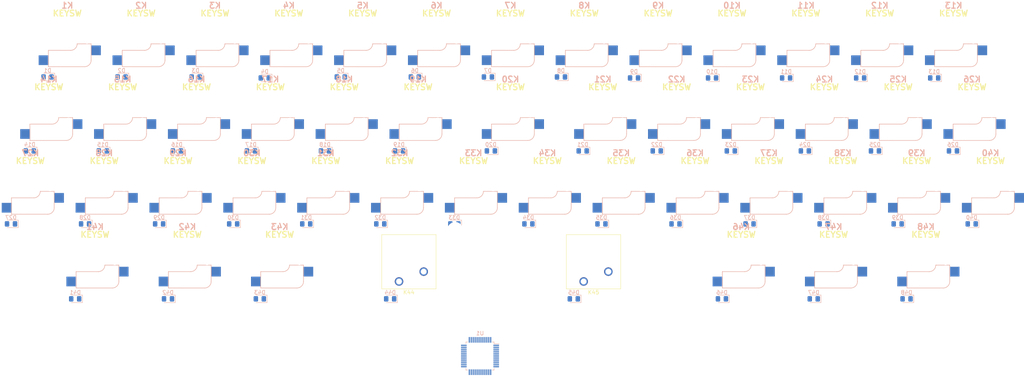
<source format=kicad_pcb>
(kicad_pcb (version 20171130) (host pcbnew 5.1.5)
  (layers (0 F.Cu signal) (31 B.Cu signal) (34 B.Paste user) (35 F.Paste user) (36 B.SilkS user) (37 F.SilkS user) (38 B.Mask user) (39 F.Mask user) (44 Edge.Cuts user))
  (net 0 "")
  (net 1 "Net-(D1-Pad2)")
  (net 2 "Net-(D1-Pad1)")
  (net 3 "Net-(D2-Pad2)")
  (net 4 "Net-(D3-Pad2)")
  (net 5 "Net-(D4-Pad2)")
  (net 6 "Net-(D5-Pad2)")
  (net 7 "Net-(D6-Pad2)")
  (net 8 "Net-(D7-Pad2)")
  (net 9 "Net-(D8-Pad2)")
  (net 10 "Net-(D9-Pad2)")
  (net 11 "Net-(D10-Pad2)")
  (net 12 "Net-(D11-Pad2)")
  (net 13 "Net-(D12-Pad2)")
  (net 14 "Net-(D13-Pad2)")
  (net 15 "Net-(D14-Pad1)")
  (net 16 "Net-(D14-Pad2)")
  (net 17 "Net-(D15-Pad2)")
  (net 18 "Net-(D16-Pad2)")
  (net 19 "Net-(D17-Pad2)")
  (net 20 "Net-(D18-Pad2)")
  (net 21 "Net-(D19-Pad2)")
  (net 22 "Net-(D20-Pad2)")
  (net 23 "Net-(D21-Pad2)")
  (net 24 "Net-(D22-Pad2)")
  (net 25 "Net-(D23-Pad2)")
  (net 26 "Net-(D24-Pad2)")
  (net 27 "Net-(D25-Pad2)")
  (net 28 "Net-(D26-Pad2)")
  (net 29 "Net-(D27-Pad2)")
  (net 30 "Net-(D27-Pad1)")
  (net 31 "Net-(D28-Pad2)")
  (net 32 "Net-(D29-Pad2)")
  (net 33 "Net-(D30-Pad2)")
  (net 34 "Net-(D31-Pad2)")
  (net 35 "Net-(D32-Pad2)")
  (net 36 "Net-(D33-Pad2)")
  (net 37 "Net-(D34-Pad2)")
  (net 38 "Net-(D35-Pad2)")
  (net 39 "Net-(D36-Pad2)")
  (net 40 "Net-(D37-Pad2)")
  (net 41 "Net-(D38-Pad2)")
  (net 42 "Net-(D39-Pad2)")
  (net 43 "Net-(D40-Pad2)")
  (net 44 "Net-(D41-Pad1)")
  (net 45 "Net-(D41-Pad2)")
  (net 46 "Net-(D42-Pad2)")
  (net 47 "Net-(D43-Pad2)")
  (net 48 "Net-(D44-Pad2)")
  (net 49 "Net-(D45-Pad2)")
  (net 50 "Net-(D46-Pad2)")
  (net 51 "Net-(D47-Pad2)")
  (net 52 "Net-(D48-Pad2)")
  (net 53 "Net-(K1-Pad1)")
  (net 54 "Net-(K15-Pad1)")
  (net 55 "Net-(K16-Pad1)")
  (net 56 "Net-(K17-Pad1)")
  (net 57 "Net-(K18-Pad1)")
  (net 58 "Net-(K19-Pad1)")
  (net 59 "Net-(K34-Pad1)")
  (net 60 "Net-(K21-Pad1)")
  (net 61 "Net-(K22-Pad1)")
  (net 62 "Net-(K10-Pad1)")
  (net 63 "Net-(K11-Pad1)")
  (net 64 "Net-(K12-Pad1)")
  (net 65 "Net-(K13-Pad1)")
  (net 66 "Net-(K20-Pad1)")
  (net 67 "Net-(U1-Pad1)")
  (net 68 "Net-(U1-Pad2)")
  (net 69 "Net-(U1-Pad3)")
  (net 70 "Net-(U1-Pad4)")
  (net 71 "Net-(U1-Pad5)")
  (net 72 "Net-(U1-Pad6)")
  (net 73 "Net-(U1-Pad7)")
  (net 74 "Net-(U1-Pad8)")
  (net 75 "Net-(U1-Pad9)")
  (net 76 "Net-(U1-Pad10)")
  (net 77 "Net-(U1-Pad11)")
  (net 78 "Net-(U1-Pad12)")
  (net 79 "Net-(U1-Pad13)")
  (net 80 "Net-(U1-Pad14)")
  (net 81 "Net-(U1-Pad15)")
  (net 82 "Net-(U1-Pad16)")
  (net 83 "Net-(U1-Pad17)")
  (net 84 "Net-(U1-Pad18)")
  (net 85 "Net-(U1-Pad19)")
  (net 86 "Net-(U1-Pad20)")
  (net 87 "Net-(U1-Pad21)")
  (net 88 "Net-(U1-Pad22)")
  (net 89 "Net-(U1-Pad23)")
  (net 90 "Net-(U1-Pad24)")
  (net 91 "Net-(U1-Pad25)")
  (net 92 "Net-(U1-Pad26)")
  (net 93 "Net-(U1-Pad27)")
  (net 94 "Net-(U1-Pad28)")
  (net 95 "Net-(U1-Pad29)")
  (net 96 "Net-(U1-Pad30)")
  (net 97 "Net-(U1-Pad31)")
  (net 98 "Net-(U1-Pad32)")
  (net 99 "Net-(U1-Pad33)")
  (net 100 "Net-(U1-Pad34)")
  (net 101 "Net-(U1-Pad35)")
  (net 102 "Net-(U1-Pad36)")
  (net 103 "Net-(U1-Pad37)")
  (net 104 "Net-(U1-Pad38)")
  (net 105 "Net-(U1-Pad39)")
  (net 106 "Net-(U1-Pad40)")
  (net 107 "Net-(U1-Pad41)")
  (net 108 "Net-(U1-Pad42)")
  (net 109 "Net-(U1-Pad43)")
  (net 110 "Net-(U1-Pad44)")
  (net 111 "Net-(U1-Pad45)")
  (net 112 "Net-(U1-Pad46)")
  (net 113 "Net-(U1-Pad47)")
  (net 114 "Net-(U1-Pad48)")
  (module Diode_SMD:D_0805_2012Metric_Pad1.15x1.40mm_HandSolder (layer B.Cu) (at 42.42 47.398 180)
    (fp_text reference D1 (at 0 1.65) (layer B.SilkS) (effects (justify mirror)))
    (fp_text value D)
    (pad 2 smd roundrect (at 1.025 0 180) (size 1.15 1.4) (layers B.Cu B.Paste B.Mask) (roundrect_rratio 0.217391) (net 1 "Net-(D1-Pad2)"))
    (pad 1 smd roundrect (at -1.025 0 180) (size 1.15 1.4) (layers B.Cu B.Paste B.Mask) (roundrect_rratio 0.217391) (net 2 "Net-(D1-Pad1)"))
  )
  (module Diode_SMD:D_0805_2012Metric_Pad1.15x1.40mm_HandSolder (layer B.Cu) (at 61.47 47.398 180)
    (fp_text reference D2 (at 0 1.65) (layer B.SilkS) (effects (justify mirror)))
    (fp_text value D)
    (pad 1 smd roundrect (at -1.025 0 180) (size 1.15 1.4) (layers B.Cu B.Paste B.Mask) (roundrect_rratio 0.217391) (net 2 "Net-(D1-Pad1)"))
    (pad 2 smd roundrect (at 1.025 0 180) (size 1.15 1.4) (layers B.Cu B.Paste B.Mask) (roundrect_rratio 0.217391) (net 3 "Net-(D2-Pad2)"))
  )
  (module Diode_SMD:D_0805_2012Metric_Pad1.15x1.40mm_HandSolder (layer B.Cu) (at 80.52 47.398 180)
    (fp_text reference D3 (at 0 1.65) (layer B.SilkS) (effects (justify mirror)))
    (fp_text value D)
    (pad 2 smd roundrect (at 1.025 0 180) (size 1.15 1.4) (layers B.Cu B.Paste B.Mask) (roundrect_rratio 0.217391) (net 4 "Net-(D3-Pad2)"))
    (pad 1 smd roundrect (at -1.025 0 180) (size 1.15 1.4) (layers B.Cu B.Paste B.Mask) (roundrect_rratio 0.217391) (net 2 "Net-(D1-Pad1)"))
  )
  (module Diode_SMD:D_0805_2012Metric_Pad1.15x1.40mm_HandSolder (layer B.Cu) (at 98.3 47.652 180)
    (fp_text reference D4 (at 0 1.65) (layer B.SilkS) (effects (justify mirror)))
    (fp_text value D)
    (pad 1 smd roundrect (at -1.025 0 180) (size 1.15 1.4) (layers B.Cu B.Paste B.Mask) (roundrect_rratio 0.217391) (net 2 "Net-(D1-Pad1)"))
    (pad 2 smd roundrect (at 1.025 0 180) (size 1.15 1.4) (layers B.Cu B.Paste B.Mask) (roundrect_rratio 0.217391) (net 5 "Net-(D4-Pad2)"))
  )
  (module Diode_SMD:D_0805_2012Metric_Pad1.15x1.40mm_HandSolder (layer B.Cu) (at 117.858 47.398 180)
    (fp_text reference D5 (at 0 1.65) (layer B.SilkS) (effects (justify mirror)))
    (fp_text value D)
    (pad 2 smd roundrect (at 1.025 0 180) (size 1.15 1.4) (layers B.Cu B.Paste B.Mask) (roundrect_rratio 0.217391) (net 6 "Net-(D5-Pad2)"))
    (pad 1 smd roundrect (at -1.025 0 180) (size 1.15 1.4) (layers B.Cu B.Paste B.Mask) (roundrect_rratio 0.217391) (net 2 "Net-(D1-Pad1)"))
  )
  (module Diode_SMD:D_0805_2012Metric_Pad1.15x1.40mm_HandSolder (layer B.Cu) (at 136.908 47.398 180)
    (fp_text reference D6 (at 0 1.65) (layer B.SilkS) (effects (justify mirror)))
    (fp_text value D)
    (pad 1 smd roundrect (at -1.025 0 180) (size 1.15 1.4) (layers B.Cu B.Paste B.Mask) (roundrect_rratio 0.217391) (net 2 "Net-(D1-Pad1)"))
    (pad 2 smd roundrect (at 1.025 0 180) (size 1.15 1.4) (layers B.Cu B.Paste B.Mask) (roundrect_rratio 0.217391) (net 7 "Net-(D6-Pad2)"))
  )
  (module Diode_SMD:D_0805_2012Metric_Pad1.15x1.40mm_HandSolder (layer B.Cu) (at 155.704 47.398 180)
    (fp_text reference D7 (at 0 1.65) (layer B.SilkS) (effects (justify mirror)))
    (fp_text value D)
    (pad 2 smd roundrect (at 1.025 0 180) (size 1.15 1.4) (layers B.Cu B.Paste B.Mask) (roundrect_rratio 0.217391) (net 8 "Net-(D7-Pad2)"))
    (pad 1 smd roundrect (at -1.025 0 180) (size 1.15 1.4) (layers B.Cu B.Paste B.Mask) (roundrect_rratio 0.217391) (net 2 "Net-(D1-Pad1)"))
  )
  (module Diode_SMD:D_0805_2012Metric_Pad1.15x1.40mm_HandSolder (layer B.Cu) (at 174.5 47.398 180)
    (fp_text reference D8 (at 0 1.65) (layer B.SilkS) (effects (justify mirror)))
    (fp_text value D)
    (pad 1 smd roundrect (at -1.025 0 180) (size 1.15 1.4) (layers B.Cu B.Paste B.Mask) (roundrect_rratio 0.217391) (net 2 "Net-(D1-Pad1)"))
    (pad 2 smd roundrect (at 1.025 0 180) (size 1.15 1.4) (layers B.Cu B.Paste B.Mask) (roundrect_rratio 0.217391) (net 9 "Net-(D8-Pad2)"))
  )
  (module Diode_SMD:D_0805_2012Metric_Pad1.15x1.40mm_HandSolder (layer B.Cu) (at 193.296 47.652 180)
    (fp_text reference D9 (at 0 1.65) (layer B.SilkS) (effects (justify mirror)))
    (fp_text value D)
    (pad 2 smd roundrect (at 1.025 0 180) (size 1.15 1.4) (layers B.Cu B.Paste B.Mask) (roundrect_rratio 0.217391) (net 10 "Net-(D9-Pad2)"))
    (pad 1 smd roundrect (at -1.025 0 180) (size 1.15 1.4) (layers B.Cu B.Paste B.Mask) (roundrect_rratio 0.217391) (net 2 "Net-(D1-Pad1)"))
  )
  (module Diode_SMD:D_0805_2012Metric_Pad1.15x1.40mm_HandSolder (layer B.Cu) (at 213.362 47.652 180)
    (fp_text reference D10 (at 0 1.65) (layer B.SilkS) (effects (justify mirror)))
    (fp_text value D)
    (pad 1 smd roundrect (at -1.025 0 180) (size 1.15 1.4) (layers B.Cu B.Paste B.Mask) (roundrect_rratio 0.217391) (net 2 "Net-(D1-Pad1)"))
    (pad 2 smd roundrect (at 1.025 0 180) (size 1.15 1.4) (layers B.Cu B.Paste B.Mask) (roundrect_rratio 0.217391) (net 11 "Net-(D10-Pad2)"))
  )
  (module Diode_SMD:D_0805_2012Metric_Pad1.15x1.40mm_HandSolder (layer B.Cu) (at 232.412 47.652 180)
    (fp_text reference D11 (at 0 1.65) (layer B.SilkS) (effects (justify mirror)))
    (fp_text value D)
    (pad 2 smd roundrect (at 1.025 0 180) (size 1.15 1.4) (layers B.Cu B.Paste B.Mask) (roundrect_rratio 0.217391) (net 12 "Net-(D11-Pad2)"))
    (pad 1 smd roundrect (at -1.025 0 180) (size 1.15 1.4) (layers B.Cu B.Paste B.Mask) (roundrect_rratio 0.217391) (net 2 "Net-(D1-Pad1)"))
  )
  (module Diode_SMD:D_0805_2012Metric_Pad1.15x1.40mm_HandSolder (layer B.Cu) (at 251.462 47.652 180)
    (fp_text reference D12 (at 0 1.65) (layer B.SilkS) (effects (justify mirror)))
    (fp_text value D)
    (pad 1 smd roundrect (at -1.025 0 180) (size 1.15 1.4) (layers B.Cu B.Paste B.Mask) (roundrect_rratio 0.217391) (net 2 "Net-(D1-Pad1)"))
    (pad 2 smd roundrect (at 1.025 0 180) (size 1.15 1.4) (layers B.Cu B.Paste B.Mask) (roundrect_rratio 0.217391) (net 13 "Net-(D12-Pad2)"))
  )
  (module Diode_SMD:D_0805_2012Metric_Pad1.15x1.40mm_HandSolder (layer B.Cu) (at 270.512 47.652 180)
    (fp_text reference D13 (at 0 1.65) (layer B.SilkS) (effects (justify mirror)))
    (fp_text value D)
    (pad 2 smd roundrect (at 1.025 0 180) (size 1.15 1.4) (layers B.Cu B.Paste B.Mask) (roundrect_rratio 0.217391) (net 14 "Net-(D13-Pad2)"))
    (pad 1 smd roundrect (at -1.025 0 180) (size 1.15 1.4) (layers B.Cu B.Paste B.Mask) (roundrect_rratio 0.217391) (net 2 "Net-(D1-Pad1)"))
  )
  (module Diode_SMD:D_0805_2012Metric_Pad1.15x1.40mm_HandSolder (layer B.Cu) (at 37.848 66.448 180)
    (fp_text reference D14 (at 0 1.65) (layer B.SilkS) (effects (justify mirror)))
    (fp_text value D)
    (pad 1 smd roundrect (at -1.025 0 180) (size 1.15 1.4) (layers B.Cu B.Paste B.Mask) (roundrect_rratio 0.217391) (net 15 "Net-(D14-Pad1)"))
    (pad 2 smd roundrect (at 1.025 0 180) (size 1.15 1.4) (layers B.Cu B.Paste B.Mask) (roundrect_rratio 0.217391) (net 16 "Net-(D14-Pad2)"))
  )
  (module Diode_SMD:D_0805_2012Metric_Pad1.15x1.40mm_HandSolder (layer B.Cu) (at 56.644 66.448 180)
    (fp_text reference D15 (at 0 1.65) (layer B.SilkS) (effects (justify mirror)))
    (fp_text value D)
    (pad 2 smd roundrect (at 1.025 0 180) (size 1.15 1.4) (layers B.Cu B.Paste B.Mask) (roundrect_rratio 0.217391) (net 17 "Net-(D15-Pad2)"))
    (pad 1 smd roundrect (at -1.025 0 180) (size 1.15 1.4) (layers B.Cu B.Paste B.Mask) (roundrect_rratio 0.217391) (net 15 "Net-(D14-Pad1)"))
  )
  (module Diode_SMD:D_0805_2012Metric_Pad1.15x1.40mm_HandSolder (layer B.Cu) (at 75.694 66.448 180)
    (fp_text reference D16 (at 0 1.65) (layer B.SilkS) (effects (justify mirror)))
    (fp_text value D)
    (pad 1 smd roundrect (at -1.025 0 180) (size 1.15 1.4) (layers B.Cu B.Paste B.Mask) (roundrect_rratio 0.217391) (net 15 "Net-(D14-Pad1)"))
    (pad 2 smd roundrect (at 1.025 0 180) (size 1.15 1.4) (layers B.Cu B.Paste B.Mask) (roundrect_rratio 0.217391) (net 18 "Net-(D16-Pad2)"))
  )
  (module Diode_SMD:D_0805_2012Metric_Pad1.15x1.40mm_HandSolder (layer B.Cu) (at 94.744 66.448 180)
    (fp_text reference D17 (at 0 1.65) (layer B.SilkS) (effects (justify mirror)))
    (fp_text value D)
    (pad 2 smd roundrect (at 1.025 0 180) (size 1.15 1.4) (layers B.Cu B.Paste B.Mask) (roundrect_rratio 0.217391) (net 19 "Net-(D17-Pad2)"))
    (pad 1 smd roundrect (at -1.025 0 180) (size 1.15 1.4) (layers B.Cu B.Paste B.Mask) (roundrect_rratio 0.217391) (net 15 "Net-(D14-Pad1)"))
  )
  (module Diode_SMD:D_0805_2012Metric_Pad1.15x1.40mm_HandSolder (layer B.Cu) (at 113.794 66.448 180)
    (fp_text reference D18 (at 0 1.65) (layer B.SilkS) (effects (justify mirror)))
    (fp_text value D)
    (pad 1 smd roundrect (at -1.025 0 180) (size 1.15 1.4) (layers B.Cu B.Paste B.Mask) (roundrect_rratio 0.217391) (net 15 "Net-(D14-Pad1)"))
    (pad 2 smd roundrect (at 1.025 0 180) (size 1.15 1.4) (layers B.Cu B.Paste B.Mask) (roundrect_rratio 0.217391) (net 20 "Net-(D18-Pad2)"))
  )
  (module Diode_SMD:D_0805_2012Metric_Pad1.15x1.40mm_HandSolder (layer B.Cu) (at 132.844 66.448 180)
    (fp_text reference D19 (at 0 1.65) (layer B.SilkS) (effects (justify mirror)))
    (fp_text value D)
    (pad 2 smd roundrect (at 1.025 0 180) (size 1.15 1.4) (layers B.Cu B.Paste B.Mask) (roundrect_rratio 0.217391) (net 21 "Net-(D19-Pad2)"))
    (pad 1 smd roundrect (at -1.025 0 180) (size 1.15 1.4) (layers B.Cu B.Paste B.Mask) (roundrect_rratio 0.217391) (net 15 "Net-(D14-Pad1)"))
  )
  (module Diode_SMD:D_0805_2012Metric_Pad1.15x1.40mm_HandSolder (layer B.Cu) (at 156.466 66.448 180)
    (fp_text reference D20 (at 0 1.65) (layer B.SilkS) (effects (justify mirror)))
    (fp_text value D)
    (pad 1 smd roundrect (at -1.025 0 180) (size 1.15 1.4) (layers B.Cu B.Paste B.Mask) (roundrect_rratio 0.217391) (net 15 "Net-(D14-Pad1)"))
    (pad 2 smd roundrect (at 1.025 0 180) (size 1.15 1.4) (layers B.Cu B.Paste B.Mask) (roundrect_rratio 0.217391) (net 22 "Net-(D20-Pad2)"))
  )
  (module Diode_SMD:D_0805_2012Metric_Pad1.15x1.40mm_HandSolder (layer B.Cu) (at 180.088 66.448 180)
    (fp_text reference D21 (at 0 1.65) (layer B.SilkS) (effects (justify mirror)))
    (fp_text value D)
    (pad 2 smd roundrect (at 1.025 0 180) (size 1.15 1.4) (layers B.Cu B.Paste B.Mask) (roundrect_rratio 0.217391) (net 23 "Net-(D21-Pad2)"))
    (pad 1 smd roundrect (at -1.025 0 180) (size 1.15 1.4) (layers B.Cu B.Paste B.Mask) (roundrect_rratio 0.217391) (net 15 "Net-(D14-Pad1)"))
  )
  (module Diode_SMD:D_0805_2012Metric_Pad1.15x1.40mm_HandSolder (layer B.Cu) (at 199.138 66.448 180)
    (fp_text reference D22 (at 0 1.65) (layer B.SilkS) (effects (justify mirror)))
    (fp_text value D)
    (pad 1 smd roundrect (at -1.025 0 180) (size 1.15 1.4) (layers B.Cu B.Paste B.Mask) (roundrect_rratio 0.217391) (net 15 "Net-(D14-Pad1)"))
    (pad 2 smd roundrect (at 1.025 0 180) (size 1.15 1.4) (layers B.Cu B.Paste B.Mask) (roundrect_rratio 0.217391) (net 24 "Net-(D22-Pad2)"))
  )
  (module Diode_SMD:D_0805_2012Metric_Pad1.15x1.40mm_HandSolder (layer B.Cu) (at 218.188 66.448 180)
    (fp_text reference D23 (at 0 1.65) (layer B.SilkS) (effects (justify mirror)))
    (fp_text value D)
    (pad 2 smd roundrect (at 1.025 0 180) (size 1.15 1.4) (layers B.Cu B.Paste B.Mask) (roundrect_rratio 0.217391) (net 25 "Net-(D23-Pad2)"))
    (pad 1 smd roundrect (at -1.025 0 180) (size 1.15 1.4) (layers B.Cu B.Paste B.Mask) (roundrect_rratio 0.217391) (net 15 "Net-(D14-Pad1)"))
  )
  (module Diode_SMD:D_0805_2012Metric_Pad1.15x1.40mm_HandSolder (layer B.Cu) (at 237.238 66.448 180)
    (fp_text reference D24 (at 0 1.65) (layer B.SilkS) (effects (justify mirror)))
    (fp_text value D)
    (pad 1 smd roundrect (at -1.025 0 180) (size 1.15 1.4) (layers B.Cu B.Paste B.Mask) (roundrect_rratio 0.217391) (net 15 "Net-(D14-Pad1)"))
    (pad 2 smd roundrect (at 1.025 0 180) (size 1.15 1.4) (layers B.Cu B.Paste B.Mask) (roundrect_rratio 0.217391) (net 26 "Net-(D24-Pad2)"))
  )
  (module Diode_SMD:D_0805_2012Metric_Pad1.15x1.40mm_HandSolder (layer B.Cu) (at 255.272 66.448 180)
    (fp_text reference D25 (at 0 1.65) (layer B.SilkS) (effects (justify mirror)))
    (fp_text value D)
    (pad 2 smd roundrect (at 1.025 0 180) (size 1.15 1.4) (layers B.Cu B.Paste B.Mask) (roundrect_rratio 0.217391) (net 27 "Net-(D25-Pad2)"))
    (pad 1 smd roundrect (at -1.025 0 180) (size 1.15 1.4) (layers B.Cu B.Paste B.Mask) (roundrect_rratio 0.217391) (net 15 "Net-(D14-Pad1)"))
  )
  (module Diode_SMD:D_0805_2012Metric_Pad1.15x1.40mm_HandSolder (layer B.Cu) (at 275.338 66.448 180)
    (fp_text reference D26 (at 0 1.65) (layer B.SilkS) (effects (justify mirror)))
    (fp_text value D)
    (pad 1 smd roundrect (at -1.025 0 180) (size 1.15 1.4) (layers B.Cu B.Paste B.Mask) (roundrect_rratio 0.217391) (net 15 "Net-(D14-Pad1)"))
    (pad 2 smd roundrect (at 1.025 0 180) (size 1.15 1.4) (layers B.Cu B.Paste B.Mask) (roundrect_rratio 0.217391) (net 28 "Net-(D26-Pad2)"))
  )
  (module Diode_SMD:D_0805_2012Metric_Pad1.15x1.40mm_HandSolder (layer B.Cu) (at 33.022 85.244 180)
    (fp_text reference D27 (at 0 1.65) (layer B.SilkS) (effects (justify mirror)))
    (fp_text value D)
    (pad 2 smd roundrect (at 1.025 0 180) (size 1.15 1.4) (layers B.Cu B.Paste B.Mask) (roundrect_rratio 0.217391) (net 29 "Net-(D27-Pad2)"))
    (pad 1 smd roundrect (at -1.025 0 180) (size 1.15 1.4) (layers B.Cu B.Paste B.Mask) (roundrect_rratio 0.217391) (net 30 "Net-(D27-Pad1)"))
  )
  (module Diode_SMD:D_0805_2012Metric_Pad1.15x1.40mm_HandSolder (layer B.Cu) (at 52.072 85.244 180)
    (fp_text reference D28 (at 0 1.65) (layer B.SilkS) (effects (justify mirror)))
    (fp_text value D)
    (pad 1 smd roundrect (at -1.025 0 180) (size 1.15 1.4) (layers B.Cu B.Paste B.Mask) (roundrect_rratio 0.217391) (net 30 "Net-(D27-Pad1)"))
    (pad 2 smd roundrect (at 1.025 0 180) (size 1.15 1.4) (layers B.Cu B.Paste B.Mask) (roundrect_rratio 0.217391) (net 31 "Net-(D28-Pad2)"))
  )
  (module Diode_SMD:D_0805_2012Metric_Pad1.15x1.40mm_HandSolder (layer B.Cu) (at 71.122 85.244 180)
    (fp_text reference D29 (at 0 1.65) (layer B.SilkS) (effects (justify mirror)))
    (fp_text value D)
    (pad 2 smd roundrect (at 1.025 0 180) (size 1.15 1.4) (layers B.Cu B.Paste B.Mask) (roundrect_rratio 0.217391) (net 32 "Net-(D29-Pad2)"))
    (pad 1 smd roundrect (at -1.025 0 180) (size 1.15 1.4) (layers B.Cu B.Paste B.Mask) (roundrect_rratio 0.217391) (net 30 "Net-(D27-Pad1)"))
  )
  (module Diode_SMD:D_0805_2012Metric_Pad1.15x1.40mm_HandSolder (layer B.Cu) (at 90.172 85.244 180)
    (fp_text reference D30 (at 0 1.65) (layer B.SilkS) (effects (justify mirror)))
    (fp_text value D)
    (pad 1 smd roundrect (at -1.025 0 180) (size 1.15 1.4) (layers B.Cu B.Paste B.Mask) (roundrect_rratio 0.217391) (net 30 "Net-(D27-Pad1)"))
    (pad 2 smd roundrect (at 1.025 0 180) (size 1.15 1.4) (layers B.Cu B.Paste B.Mask) (roundrect_rratio 0.217391) (net 33 "Net-(D30-Pad2)"))
  )
  (module Diode_SMD:D_0805_2012Metric_Pad1.15x1.40mm_HandSolder (layer B.Cu) (at 108.968 85.244 180)
    (fp_text reference D31 (at 0 1.65) (layer B.SilkS) (effects (justify mirror)))
    (fp_text value D)
    (pad 2 smd roundrect (at 1.025 0 180) (size 1.15 1.4) (layers B.Cu B.Paste B.Mask) (roundrect_rratio 0.217391) (net 34 "Net-(D31-Pad2)"))
    (pad 1 smd roundrect (at -1.025 0 180) (size 1.15 1.4) (layers B.Cu B.Paste B.Mask) (roundrect_rratio 0.217391) (net 30 "Net-(D27-Pad1)"))
  )
  (module Diode_SMD:D_0805_2012Metric_Pad1.15x1.40mm_HandSolder (layer B.Cu) (at 128.018 85.244 180)
    (fp_text reference D32 (at 0 1.65) (layer B.SilkS) (effects (justify mirror)))
    (fp_text value D)
    (pad 1 smd roundrect (at -1.025 0 180) (size 1.15 1.4) (layers B.Cu B.Paste B.Mask) (roundrect_rratio 0.217391) (net 30 "Net-(D27-Pad1)"))
    (pad 2 smd roundrect (at 1.025 0 180) (size 1.15 1.4) (layers B.Cu B.Paste B.Mask) (roundrect_rratio 0.217391) (net 35 "Net-(D32-Pad2)"))
  )
  (module Diode_SMD:D_0805_2012Metric_Pad1.15x1.40mm_HandSolder (layer B.Cu) (at 147.068 85.244 180)
    (fp_text reference D33 (at 0 1.65) (layer B.SilkS) (effects (justify mirror)))
    (fp_text value D)
    (pad 2 smd roundrect (at 1.025 0 180) (size 1.15 1.4) (layers B.Cu B.Paste B.Mask) (roundrect_rratio 0.217391) (net 36 "Net-(D33-Pad2)"))
    (pad 1 smd roundrect (at -1.025 0 180) (size 1.15 1.4) (layers B.Cu B.Paste B.Mask) (roundrect_rratio 0.217391) (net 30 "Net-(D27-Pad1)"))
  )
  (module Diode_SMD:D_0805_2012Metric_Pad1.15x1.40mm_HandSolder (layer B.Cu) (at 166.118 85.244 180)
    (fp_text reference D34 (at 0 1.65) (layer B.SilkS) (effects (justify mirror)))
    (fp_text value D)
    (pad 2 smd roundrect (at 1.025 0 180) (size 1.15 1.4) (layers B.Cu B.Paste B.Mask) (roundrect_rratio 0.217391) (net 37 "Net-(D34-Pad2)"))
    (pad 1 smd roundrect (at -1.025 0 180) (size 1.15 1.4) (layers B.Cu B.Paste B.Mask) (roundrect_rratio 0.217391) (net 30 "Net-(D27-Pad1)"))
  )
  (module Diode_SMD:D_0805_2012Metric_Pad1.15x1.40mm_HandSolder (layer B.Cu) (at 184.914 85.244 180)
    (fp_text reference D35 (at 0 1.65) (layer B.SilkS) (effects (justify mirror)))
    (fp_text value D)
    (pad 1 smd roundrect (at -1.025 0 180) (size 1.15 1.4) (layers B.Cu B.Paste B.Mask) (roundrect_rratio 0.217391) (net 30 "Net-(D27-Pad1)"))
    (pad 2 smd roundrect (at 1.025 0 180) (size 1.15 1.4) (layers B.Cu B.Paste B.Mask) (roundrect_rratio 0.217391) (net 38 "Net-(D35-Pad2)"))
  )
  (module Diode_SMD:D_0805_2012Metric_Pad1.15x1.40mm_HandSolder (layer B.Cu) (at 203.964 85.244 180)
    (fp_text reference D36 (at 0 1.65) (layer B.SilkS) (effects (justify mirror)))
    (fp_text value D)
    (pad 2 smd roundrect (at 1.025 0 180) (size 1.15 1.4) (layers B.Cu B.Paste B.Mask) (roundrect_rratio 0.217391) (net 39 "Net-(D36-Pad2)"))
    (pad 1 smd roundrect (at -1.025 0 180) (size 1.15 1.4) (layers B.Cu B.Paste B.Mask) (roundrect_rratio 0.217391) (net 30 "Net-(D27-Pad1)"))
  )
  (module Diode_SMD:D_0805_2012Metric_Pad1.15x1.40mm_HandSolder (layer B.Cu) (at 223.014 85.244 180)
    (fp_text reference D37 (at 0 1.65) (layer B.SilkS) (effects (justify mirror)))
    (fp_text value D)
    (pad 1 smd roundrect (at -1.025 0 180) (size 1.15 1.4) (layers B.Cu B.Paste B.Mask) (roundrect_rratio 0.217391) (net 30 "Net-(D27-Pad1)"))
    (pad 2 smd roundrect (at 1.025 0 180) (size 1.15 1.4) (layers B.Cu B.Paste B.Mask) (roundrect_rratio 0.217391) (net 40 "Net-(D37-Pad2)"))
  )
  (module Diode_SMD:D_0805_2012Metric_Pad1.15x1.40mm_HandSolder (layer B.Cu) (at 242.064 85.244 180)
    (fp_text reference D38 (at 0 1.65) (layer B.SilkS) (effects (justify mirror)))
    (fp_text value D)
    (pad 1 smd roundrect (at -1.025 0 180) (size 1.15 1.4) (layers B.Cu B.Paste B.Mask) (roundrect_rratio 0.217391) (net 30 "Net-(D27-Pad1)"))
    (pad 2 smd roundrect (at 1.025 0 180) (size 1.15 1.4) (layers B.Cu B.Paste B.Mask) (roundrect_rratio 0.217391) (net 41 "Net-(D38-Pad2)"))
  )
  (module Diode_SMD:D_0805_2012Metric_Pad1.15x1.40mm_HandSolder (layer B.Cu) (at 261.114 85.244 180)
    (fp_text reference D39 (at 0 1.65) (layer B.SilkS) (effects (justify mirror)))
    (fp_text value D)
    (pad 2 smd roundrect (at 1.025 0 180) (size 1.15 1.4) (layers B.Cu B.Paste B.Mask) (roundrect_rratio 0.217391) (net 42 "Net-(D39-Pad2)"))
    (pad 1 smd roundrect (at -1.025 0 180) (size 1.15 1.4) (layers B.Cu B.Paste B.Mask) (roundrect_rratio 0.217391) (net 30 "Net-(D27-Pad1)"))
  )
  (module Diode_SMD:D_0805_2012Metric_Pad1.15x1.40mm_HandSolder (layer B.Cu) (at 280.164 85.244 180)
    (fp_text reference D40 (at 0 1.65) (layer B.SilkS) (effects (justify mirror)))
    (fp_text value D)
    (pad 1 smd roundrect (at -1.025 0 180) (size 1.15 1.4) (layers B.Cu B.Paste B.Mask) (roundrect_rratio 0.217391) (net 30 "Net-(D27-Pad1)"))
    (pad 2 smd roundrect (at 1.025 0 180) (size 1.15 1.4) (layers B.Cu B.Paste B.Mask) (roundrect_rratio 0.217391) (net 43 "Net-(D40-Pad2)"))
  )
  (module Diode_SMD:D_0805_2012Metric_Pad1.15x1.40mm_HandSolder (layer B.Cu) (at 49.532 104.548 180)
    (fp_text reference D41 (at 0 1.65) (layer B.SilkS) (effects (justify mirror)))
    (fp_text value D)
    (pad 1 smd roundrect (at -1.025 0 180) (size 1.15 1.4) (layers B.Cu B.Paste B.Mask) (roundrect_rratio 0.217391) (net 44 "Net-(D41-Pad1)"))
    (pad 2 smd roundrect (at 1.025 0 180) (size 1.15 1.4) (layers B.Cu B.Paste B.Mask) (roundrect_rratio 0.217391) (net 45 "Net-(D41-Pad2)"))
  )
  (module Diode_SMD:D_0805_2012Metric_Pad1.15x1.40mm_HandSolder (layer B.Cu) (at 73.408 104.548 180)
    (fp_text reference D42 (at 0 1.65) (layer B.SilkS) (effects (justify mirror)))
    (fp_text value D)
    (pad 2 smd roundrect (at 1.025 0 180) (size 1.15 1.4) (layers B.Cu B.Paste B.Mask) (roundrect_rratio 0.217391) (net 46 "Net-(D42-Pad2)"))
    (pad 1 smd roundrect (at -1.025 0 180) (size 1.15 1.4) (layers B.Cu B.Paste B.Mask) (roundrect_rratio 0.217391) (net 44 "Net-(D41-Pad1)"))
  )
  (module Diode_SMD:D_0805_2012Metric_Pad1.15x1.40mm_HandSolder (layer B.Cu) (at 97.03 104.548 180)
    (fp_text reference D43 (at 0 1.65) (layer B.SilkS) (effects (justify mirror)))
    (fp_text value D)
    (pad 1 smd roundrect (at -1.025 0 180) (size 1.15 1.4) (layers B.Cu B.Paste B.Mask) (roundrect_rratio 0.217391) (net 44 "Net-(D41-Pad1)"))
    (pad 2 smd roundrect (at 1.025 0 180) (size 1.15 1.4) (layers B.Cu B.Paste B.Mask) (roundrect_rratio 0.217391) (net 47 "Net-(D43-Pad2)"))
  )
  (module Diode_SMD:D_0805_2012Metric_Pad1.15x1.40mm_HandSolder (layer B.Cu) (at 130.558 104.548 180)
    (fp_text reference D44 (at 0 1.65) (layer B.SilkS) (effects (justify mirror)))
    (fp_text value D)
    (pad 2 smd roundrect (at 1.025 0 180) (size 1.15 1.4) (layers B.Cu B.Paste B.Mask) (roundrect_rratio 0.217391) (net 48 "Net-(D44-Pad2)"))
    (pad 1 smd roundrect (at -1.025 0 180) (size 1.15 1.4) (layers B.Cu B.Paste B.Mask) (roundrect_rratio 0.217391) (net 44 "Net-(D41-Pad1)"))
  )
  (module Diode_SMD:D_0805_2012Metric_Pad1.15x1.40mm_HandSolder (layer B.Cu) (at 177.802 104.548 180)
    (fp_text reference D45 (at 0 1.65) (layer B.SilkS) (effects (justify mirror)))
    (fp_text value D)
    (pad 1 smd roundrect (at -1.025 0 180) (size 1.15 1.4) (layers B.Cu B.Paste B.Mask) (roundrect_rratio 0.217391) (net 44 "Net-(D41-Pad1)"))
    (pad 2 smd roundrect (at 1.025 0 180) (size 1.15 1.4) (layers B.Cu B.Paste B.Mask) (roundrect_rratio 0.217391) (net 49 "Net-(D45-Pad2)"))
  )
  (module Diode_SMD:D_0805_2012Metric_Pad1.15x1.40mm_HandSolder (layer B.Cu) (at 215.902 104.548 180)
    (fp_text reference D46 (at 0 1.65) (layer B.SilkS) (effects (justify mirror)))
    (fp_text value D)
    (pad 2 smd roundrect (at 1.025 0 180) (size 1.15 1.4) (layers B.Cu B.Paste B.Mask) (roundrect_rratio 0.217391) (net 50 "Net-(D46-Pad2)"))
    (pad 1 smd roundrect (at -1.025 0 180) (size 1.15 1.4) (layers B.Cu B.Paste B.Mask) (roundrect_rratio 0.217391) (net 44 "Net-(D41-Pad1)"))
  )
  (module Diode_SMD:D_0805_2012Metric_Pad1.15x1.40mm_HandSolder (layer B.Cu) (at 239.524 104.548 180)
    (fp_text reference D47 (at 0 1.65) (layer B.SilkS) (effects (justify mirror)))
    (fp_text value D)
    (pad 1 smd roundrect (at -1.025 0 180) (size 1.15 1.4) (layers B.Cu B.Paste B.Mask) (roundrect_rratio 0.217391) (net 44 "Net-(D41-Pad1)"))
    (pad 2 smd roundrect (at 1.025 0 180) (size 1.15 1.4) (layers B.Cu B.Paste B.Mask) (roundrect_rratio 0.217391) (net 51 "Net-(D47-Pad2)"))
  )
  (module Diode_SMD:D_0805_2012Metric_Pad1.15x1.40mm_HandSolder (layer B.Cu) (at 263.4 104.548 180)
    (fp_text reference D48 (at 0 1.65) (layer B.SilkS) (effects (justify mirror)))
    (fp_text value D)
    (pad 2 smd roundrect (at 1.025 0 180) (size 1.15 1.4) (layers B.Cu B.Paste B.Mask) (roundrect_rratio 0.217391) (net 52 "Net-(D48-Pad2)"))
    (pad 1 smd roundrect (at -1.025 0 180) (size 1.15 1.4) (layers B.Cu B.Paste B.Mask) (roundrect_rratio 0.217391) (net 44 "Net-(D41-Pad1)"))
  )
  (module keyboard_parts:Kailh_MX_Socket (layer B.Cu) (at 47.5 38)
    (fp_text reference K1 (at 0 -9) (layer B.SilkS) (effects (font (size 1.524 1.524) (thickness 0.3048)) (justify mirror)))
    (fp_text value KEYSW (at 0 -7) (layer F.SilkS) (effects (font (size 1.524 1.524) (thickness 0.3048))))
    (pad "" np_thru_hole circle (at 5.08 0) (size 1.7 1.7) (drill 1.7) (layers *.Cu *.Mask))
    (pad "" np_thru_hole circle (at -5.08 0) (size 1.7 1.7) (drill 1.7) (layers *.Cu *.Mask))
    (pad 2 smd rect (at -6.09 5.08) (size 2.55 2.5) (layers B.Cu B.Paste B.Mask) (net 1 "Net-(D1-Pad2)"))
    (pad "" np_thru_hole circle (at 3.81 2.54) (size 2.95 2.95) (drill 2.95) (layers *.Cu *.Mask))
    (pad "" np_thru_hole circle (at -2.54 5.08) (size 2.95 2.95) (drill 2.95) (layers *.Cu *.Mask))
    (pad "" np_thru_hole circle (at 0 0) (size 3.98018 3.98018) (drill 3.98018) (layers *.Cu *.Mask))
    (pad 1 smd rect (at 7.36 2.54) (size 2.55 2.5) (layers B.Cu B.Paste B.Mask) (net 53 "Net-(K1-Pad1)"))
  )
  (module keyboard_parts:Kailh_MX_Socket (layer B.Cu) (at 66.5 38)
    (fp_text reference K2 (at 0 -9) (layer B.SilkS) (effects (font (size 1.524 1.524) (thickness 0.3048)) (justify mirror)))
    (fp_text value KEYSW (at 0 -7) (layer F.SilkS) (effects (font (size 1.524 1.524) (thickness 0.3048))))
    (pad 1 smd rect (at 7.36 2.54) (size 2.55 2.5) (layers B.Cu B.Paste B.Mask) (net 54 "Net-(K15-Pad1)"))
    (pad "" np_thru_hole circle (at 0 0) (size 3.98018 3.98018) (drill 3.98018) (layers *.Cu *.Mask))
    (pad "" np_thru_hole circle (at -2.54 5.08) (size 2.95 2.95) (drill 2.95) (layers *.Cu *.Mask))
    (pad "" np_thru_hole circle (at 3.81 2.54) (size 2.95 2.95) (drill 2.95) (layers *.Cu *.Mask))
    (pad 2 smd rect (at -6.09 5.08) (size 2.55 2.5) (layers B.Cu B.Paste B.Mask) (net 3 "Net-(D2-Pad2)"))
    (pad "" np_thru_hole circle (at -5.08 0) (size 1.7 1.7) (drill 1.7) (layers *.Cu *.Mask))
    (pad "" np_thru_hole circle (at 5.08 0) (size 1.7 1.7) (drill 1.7) (layers *.Cu *.Mask))
  )
  (module keyboard_parts:Kailh_MX_Socket (layer B.Cu) (at 85.5 38)
    (fp_text reference K3 (at 0 -9) (layer B.SilkS) (effects (font (size 1.524 1.524) (thickness 0.3048)) (justify mirror)))
    (fp_text value KEYSW (at 0 -7) (layer F.SilkS) (effects (font (size 1.524 1.524) (thickness 0.3048))))
    (pad 1 smd rect (at 7.36 2.54) (size 2.55 2.5) (layers B.Cu B.Paste B.Mask) (net 55 "Net-(K16-Pad1)"))
    (pad "" np_thru_hole circle (at 0 0) (size 3.98018 3.98018) (drill 3.98018) (layers *.Cu *.Mask))
    (pad "" np_thru_hole circle (at -2.54 5.08) (size 2.95 2.95) (drill 2.95) (layers *.Cu *.Mask))
    (pad "" np_thru_hole circle (at 3.81 2.54) (size 2.95 2.95) (drill 2.95) (layers *.Cu *.Mask))
    (pad 2 smd rect (at -6.09 5.08) (size 2.55 2.5) (layers B.Cu B.Paste B.Mask) (net 4 "Net-(D3-Pad2)"))
    (pad "" np_thru_hole circle (at -5.08 0) (size 1.7 1.7) (drill 1.7) (layers *.Cu *.Mask))
    (pad "" np_thru_hole circle (at 5.08 0) (size 1.7 1.7) (drill 1.7) (layers *.Cu *.Mask))
  )
  (module keyboard_parts:Kailh_MX_Socket (layer B.Cu) (at 104.5 38)
    (fp_text reference K4 (at 0 -9) (layer B.SilkS) (effects (font (size 1.524 1.524) (thickness 0.3048)) (justify mirror)))
    (fp_text value KEYSW (at 0 -7) (layer F.SilkS) (effects (font (size 1.524 1.524) (thickness 0.3048))))
    (pad "" np_thru_hole circle (at 5.08 0) (size 1.7 1.7) (drill 1.7) (layers *.Cu *.Mask))
    (pad "" np_thru_hole circle (at -5.08 0) (size 1.7 1.7) (drill 1.7) (layers *.Cu *.Mask))
    (pad 2 smd rect (at -6.09 5.08) (size 2.55 2.5) (layers B.Cu B.Paste B.Mask) (net 5 "Net-(D4-Pad2)"))
    (pad "" np_thru_hole circle (at 3.81 2.54) (size 2.95 2.95) (drill 2.95) (layers *.Cu *.Mask))
    (pad "" np_thru_hole circle (at -2.54 5.08) (size 2.95 2.95) (drill 2.95) (layers *.Cu *.Mask))
    (pad "" np_thru_hole circle (at 0 0) (size 3.98018 3.98018) (drill 3.98018) (layers *.Cu *.Mask))
    (pad 1 smd rect (at 7.36 2.54) (size 2.55 2.5) (layers B.Cu B.Paste B.Mask) (net 56 "Net-(K17-Pad1)"))
  )
  (module keyboard_parts:Kailh_MX_Socket (layer B.Cu) (at 123.5 38)
    (fp_text reference K5 (at 0 -9) (layer B.SilkS) (effects (font (size 1.524 1.524) (thickness 0.3048)) (justify mirror)))
    (fp_text value KEYSW (at 0 -7) (layer F.SilkS) (effects (font (size 1.524 1.524) (thickness 0.3048))))
    (pad 1 smd rect (at 7.36 2.54) (size 2.55 2.5) (layers B.Cu B.Paste B.Mask) (net 57 "Net-(K18-Pad1)"))
    (pad "" np_thru_hole circle (at 0 0) (size 3.98018 3.98018) (drill 3.98018) (layers *.Cu *.Mask))
    (pad "" np_thru_hole circle (at -2.54 5.08) (size 2.95 2.95) (drill 2.95) (layers *.Cu *.Mask))
    (pad "" np_thru_hole circle (at 3.81 2.54) (size 2.95 2.95) (drill 2.95) (layers *.Cu *.Mask))
    (pad 2 smd rect (at -6.09 5.08) (size 2.55 2.5) (layers B.Cu B.Paste B.Mask) (net 6 "Net-(D5-Pad2)"))
    (pad "" np_thru_hole circle (at -5.08 0) (size 1.7 1.7) (drill 1.7) (layers *.Cu *.Mask))
    (pad "" np_thru_hole circle (at 5.08 0) (size 1.7 1.7) (drill 1.7) (layers *.Cu *.Mask))
  )
  (module keyboard_parts:Kailh_MX_Socket (layer B.Cu) (at 142.5 38)
    (fp_text reference K6 (at 0 -9) (layer B.SilkS) (effects (font (size 1.524 1.524) (thickness 0.3048)) (justify mirror)))
    (fp_text value KEYSW (at 0 -7) (layer F.SilkS) (effects (font (size 1.524 1.524) (thickness 0.3048))))
    (pad "" np_thru_hole circle (at 5.08 0) (size 1.7 1.7) (drill 1.7) (layers *.Cu *.Mask))
    (pad "" np_thru_hole circle (at -5.08 0) (size 1.7 1.7) (drill 1.7) (layers *.Cu *.Mask))
    (pad 2 smd rect (at -6.09 5.08) (size 2.55 2.5) (layers B.Cu B.Paste B.Mask) (net 7 "Net-(D6-Pad2)"))
    (pad "" np_thru_hole circle (at 3.81 2.54) (size 2.95 2.95) (drill 2.95) (layers *.Cu *.Mask))
    (pad "" np_thru_hole circle (at -2.54 5.08) (size 2.95 2.95) (drill 2.95) (layers *.Cu *.Mask))
    (pad "" np_thru_hole circle (at 0 0) (size 3.98018 3.98018) (drill 3.98018) (layers *.Cu *.Mask))
    (pad 1 smd rect (at 7.36 2.54) (size 2.55 2.5) (layers B.Cu B.Paste B.Mask) (net 58 "Net-(K19-Pad1)"))
  )
  (module keyboard_parts:Kailh_MX_Socket (layer B.Cu) (at 161.5 38)
    (fp_text reference K7 (at 0 -9) (layer B.SilkS) (effects (font (size 1.524 1.524) (thickness 0.3048)) (justify mirror)))
    (fp_text value KEYSW (at 0 -7) (layer F.SilkS) (effects (font (size 1.524 1.524) (thickness 0.3048))))
    (pad 1 smd rect (at 7.36 2.54) (size 2.55 2.5) (layers B.Cu B.Paste B.Mask) (net 59 "Net-(K34-Pad1)"))
    (pad "" np_thru_hole circle (at 0 0) (size 3.98018 3.98018) (drill 3.98018) (layers *.Cu *.Mask))
    (pad "" np_thru_hole circle (at -2.54 5.08) (size 2.95 2.95) (drill 2.95) (layers *.Cu *.Mask))
    (pad "" np_thru_hole circle (at 3.81 2.54) (size 2.95 2.95) (drill 2.95) (layers *.Cu *.Mask))
    (pad 2 smd rect (at -6.09 5.08) (size 2.55 2.5) (layers B.Cu B.Paste B.Mask) (net 8 "Net-(D7-Pad2)"))
    (pad "" np_thru_hole circle (at -5.08 0) (size 1.7 1.7) (drill 1.7) (layers *.Cu *.Mask))
    (pad "" np_thru_hole circle (at 5.08 0) (size 1.7 1.7) (drill 1.7) (layers *.Cu *.Mask))
  )
  (module keyboard_parts:Kailh_MX_Socket (layer B.Cu) (at 180.5 38)
    (fp_text reference K8 (at 0 -9) (layer B.SilkS) (effects (font (size 1.524 1.524) (thickness 0.3048)) (justify mirror)))
    (fp_text value KEYSW (at 0 -7) (layer F.SilkS) (effects (font (size 1.524 1.524) (thickness 0.3048))))
    (pad "" np_thru_hole circle (at 5.08 0) (size 1.7 1.7) (drill 1.7) (layers *.Cu *.Mask))
    (pad "" np_thru_hole circle (at -5.08 0) (size 1.7 1.7) (drill 1.7) (layers *.Cu *.Mask))
    (pad 2 smd rect (at -6.09 5.08) (size 2.55 2.5) (layers B.Cu B.Paste B.Mask) (net 9 "Net-(D8-Pad2)"))
    (pad "" np_thru_hole circle (at 3.81 2.54) (size 2.95 2.95) (drill 2.95) (layers *.Cu *.Mask))
    (pad "" np_thru_hole circle (at -2.54 5.08) (size 2.95 2.95) (drill 2.95) (layers *.Cu *.Mask))
    (pad "" np_thru_hole circle (at 0 0) (size 3.98018 3.98018) (drill 3.98018) (layers *.Cu *.Mask))
    (pad 1 smd rect (at 7.36 2.54) (size 2.55 2.5) (layers B.Cu B.Paste B.Mask) (net 60 "Net-(K21-Pad1)"))
  )
  (module keyboard_parts:Kailh_MX_Socket (layer B.Cu) (at 199.5 38)
    (fp_text reference K9 (at 0 -9) (layer B.SilkS) (effects (font (size 1.524 1.524) (thickness 0.3048)) (justify mirror)))
    (fp_text value KEYSW (at 0 -7) (layer F.SilkS) (effects (font (size 1.524 1.524) (thickness 0.3048))))
    (pad 1 smd rect (at 7.36 2.54) (size 2.55 2.5) (layers B.Cu B.Paste B.Mask) (net 61 "Net-(K22-Pad1)"))
    (pad "" np_thru_hole circle (at 0 0) (size 3.98018 3.98018) (drill 3.98018) (layers *.Cu *.Mask))
    (pad "" np_thru_hole circle (at -2.54 5.08) (size 2.95 2.95) (drill 2.95) (layers *.Cu *.Mask))
    (pad "" np_thru_hole circle (at 3.81 2.54) (size 2.95 2.95) (drill 2.95) (layers *.Cu *.Mask))
    (pad 2 smd rect (at -6.09 5.08) (size 2.55 2.5) (layers B.Cu B.Paste B.Mask) (net 10 "Net-(D9-Pad2)"))
    (pad "" np_thru_hole circle (at -5.08 0) (size 1.7 1.7) (drill 1.7) (layers *.Cu *.Mask))
    (pad "" np_thru_hole circle (at 5.08 0) (size 1.7 1.7) (drill 1.7) (layers *.Cu *.Mask))
  )
  (module keyboard_parts:Kailh_MX_Socket (layer B.Cu) (at 218.5 38)
    (fp_text reference K10 (at 0 -9) (layer B.SilkS) (effects (font (size 1.524 1.524) (thickness 0.3048)) (justify mirror)))
    (fp_text value KEYSW (at 0 -7) (layer F.SilkS) (effects (font (size 1.524 1.524) (thickness 0.3048))))
    (pad "" np_thru_hole circle (at 5.08 0) (size 1.7 1.7) (drill 1.7) (layers *.Cu *.Mask))
    (pad "" np_thru_hole circle (at -5.08 0) (size 1.7 1.7) (drill 1.7) (layers *.Cu *.Mask))
    (pad 2 smd rect (at -6.09 5.08) (size 2.55 2.5) (layers B.Cu B.Paste B.Mask) (net 11 "Net-(D10-Pad2)"))
    (pad "" np_thru_hole circle (at 3.81 2.54) (size 2.95 2.95) (drill 2.95) (layers *.Cu *.Mask))
    (pad "" np_thru_hole circle (at -2.54 5.08) (size 2.95 2.95) (drill 2.95) (layers *.Cu *.Mask))
    (pad "" np_thru_hole circle (at 0 0) (size 3.98018 3.98018) (drill 3.98018) (layers *.Cu *.Mask))
    (pad 1 smd rect (at 7.36 2.54) (size 2.55 2.5) (layers B.Cu B.Paste B.Mask) (net 62 "Net-(K10-Pad1)"))
  )
  (module keyboard_parts:Kailh_MX_Socket (layer B.Cu) (at 237.5 38)
    (fp_text reference K11 (at 0 -9) (layer B.SilkS) (effects (font (size 1.524 1.524) (thickness 0.3048)) (justify mirror)))
    (fp_text value KEYSW (at 0 -7) (layer F.SilkS) (effects (font (size 1.524 1.524) (thickness 0.3048))))
    (pad 1 smd rect (at 7.36 2.54) (size 2.55 2.5) (layers B.Cu B.Paste B.Mask) (net 63 "Net-(K11-Pad1)"))
    (pad "" np_thru_hole circle (at 0 0) (size 3.98018 3.98018) (drill 3.98018) (layers *.Cu *.Mask))
    (pad "" np_thru_hole circle (at -2.54 5.08) (size 2.95 2.95) (drill 2.95) (layers *.Cu *.Mask))
    (pad "" np_thru_hole circle (at 3.81 2.54) (size 2.95 2.95) (drill 2.95) (layers *.Cu *.Mask))
    (pad 2 smd rect (at -6.09 5.08) (size 2.55 2.5) (layers B.Cu B.Paste B.Mask) (net 12 "Net-(D11-Pad2)"))
    (pad "" np_thru_hole circle (at -5.08 0) (size 1.7 1.7) (drill 1.7) (layers *.Cu *.Mask))
    (pad "" np_thru_hole circle (at 5.08 0) (size 1.7 1.7) (drill 1.7) (layers *.Cu *.Mask))
  )
  (module keyboard_parts:Kailh_MX_Socket (layer B.Cu) (at 256.5 38)
    (fp_text reference K12 (at 0 -9) (layer B.SilkS) (effects (font (size 1.524 1.524) (thickness 0.3048)) (justify mirror)))
    (fp_text value KEYSW (at 0 -7) (layer F.SilkS) (effects (font (size 1.524 1.524) (thickness 0.3048))))
    (pad "" np_thru_hole circle (at 5.08 0) (size 1.7 1.7) (drill 1.7) (layers *.Cu *.Mask))
    (pad "" np_thru_hole circle (at -5.08 0) (size 1.7 1.7) (drill 1.7) (layers *.Cu *.Mask))
    (pad 2 smd rect (at -6.09 5.08) (size 2.55 2.5) (layers B.Cu B.Paste B.Mask) (net 13 "Net-(D12-Pad2)"))
    (pad "" np_thru_hole circle (at 3.81 2.54) (size 2.95 2.95) (drill 2.95) (layers *.Cu *.Mask))
    (pad "" np_thru_hole circle (at -2.54 5.08) (size 2.95 2.95) (drill 2.95) (layers *.Cu *.Mask))
    (pad "" np_thru_hole circle (at 0 0) (size 3.98018 3.98018) (drill 3.98018) (layers *.Cu *.Mask))
    (pad 1 smd rect (at 7.36 2.54) (size 2.55 2.5) (layers B.Cu B.Paste B.Mask) (net 64 "Net-(K12-Pad1)"))
  )
  (module keyboard_parts:Kailh_MX_Socket (layer B.Cu) (at 275.5 38)
    (fp_text reference K13 (at 0 -9) (layer B.SilkS) (effects (font (size 1.524 1.524) (thickness 0.3048)) (justify mirror)))
    (fp_text value KEYSW (at 0 -7) (layer F.SilkS) (effects (font (size 1.524 1.524) (thickness 0.3048))))
    (pad "" np_thru_hole circle (at 5.08 0) (size 1.7 1.7) (drill 1.7) (layers *.Cu *.Mask))
    (pad "" np_thru_hole circle (at -5.08 0) (size 1.7 1.7) (drill 1.7) (layers *.Cu *.Mask))
    (pad 2 smd rect (at -6.09 5.08) (size 2.55 2.5) (layers B.Cu B.Paste B.Mask) (net 14 "Net-(D13-Pad2)"))
    (pad "" np_thru_hole circle (at 3.81 2.54) (size 2.95 2.95) (drill 2.95) (layers *.Cu *.Mask))
    (pad "" np_thru_hole circle (at -2.54 5.08) (size 2.95 2.95) (drill 2.95) (layers *.Cu *.Mask))
    (pad "" np_thru_hole circle (at 0 0) (size 3.98018 3.98018) (drill 3.98018) (layers *.Cu *.Mask))
    (pad 1 smd rect (at 7.36 2.54) (size 2.55 2.5) (layers B.Cu B.Paste B.Mask) (net 65 "Net-(K13-Pad1)"))
  )
  (module keyboard_parts:Kailh_MX_Socket (layer B.Cu) (at 42.75 57)
    (fp_text reference K14 (at 0 -9) (layer B.SilkS) (effects (font (size 1.524 1.524) (thickness 0.3048)) (justify mirror)))
    (fp_text value KEYSW (at 0 -7) (layer F.SilkS) (effects (font (size 1.524 1.524) (thickness 0.3048))))
    (pad 1 smd rect (at 7.36 2.54) (size 2.55 2.5) (layers B.Cu B.Paste B.Mask) (net 53 "Net-(K1-Pad1)"))
    (pad "" np_thru_hole circle (at 0 0) (size 3.98018 3.98018) (drill 3.98018) (layers *.Cu *.Mask))
    (pad "" np_thru_hole circle (at -2.54 5.08) (size 2.95 2.95) (drill 2.95) (layers *.Cu *.Mask))
    (pad "" np_thru_hole circle (at 3.81 2.54) (size 2.95 2.95) (drill 2.95) (layers *.Cu *.Mask))
    (pad 2 smd rect (at -6.09 5.08) (size 2.55 2.5) (layers B.Cu B.Paste B.Mask) (net 16 "Net-(D14-Pad2)"))
    (pad "" np_thru_hole circle (at -5.08 0) (size 1.7 1.7) (drill 1.7) (layers *.Cu *.Mask))
    (pad "" np_thru_hole circle (at 5.08 0) (size 1.7 1.7) (drill 1.7) (layers *.Cu *.Mask))
  )
  (module keyboard_parts:Kailh_MX_Socket (layer B.Cu) (at 61.75 57)
    (fp_text reference K15 (at 0 -9) (layer B.SilkS) (effects (font (size 1.524 1.524) (thickness 0.3048)) (justify mirror)))
    (fp_text value KEYSW (at 0 -7) (layer F.SilkS) (effects (font (size 1.524 1.524) (thickness 0.3048))))
    (pad 1 smd rect (at 7.36 2.54) (size 2.55 2.5) (layers B.Cu B.Paste B.Mask) (net 54 "Net-(K15-Pad1)"))
    (pad "" np_thru_hole circle (at 0 0) (size 3.98018 3.98018) (drill 3.98018) (layers *.Cu *.Mask))
    (pad "" np_thru_hole circle (at -2.54 5.08) (size 2.95 2.95) (drill 2.95) (layers *.Cu *.Mask))
    (pad "" np_thru_hole circle (at 3.81 2.54) (size 2.95 2.95) (drill 2.95) (layers *.Cu *.Mask))
    (pad 2 smd rect (at -6.09 5.08) (size 2.55 2.5) (layers B.Cu B.Paste B.Mask) (net 17 "Net-(D15-Pad2)"))
    (pad "" np_thru_hole circle (at -5.08 0) (size 1.7 1.7) (drill 1.7) (layers *.Cu *.Mask))
    (pad "" np_thru_hole circle (at 5.08 0) (size 1.7 1.7) (drill 1.7) (layers *.Cu *.Mask))
  )
  (module keyboard_parts:Kailh_MX_Socket (layer B.Cu) (at 80.75 57)
    (fp_text reference K16 (at 0 -9) (layer B.SilkS) (effects (font (size 1.524 1.524) (thickness 0.3048)) (justify mirror)))
    (fp_text value KEYSW (at 0 -7) (layer F.SilkS) (effects (font (size 1.524 1.524) (thickness 0.3048))))
    (pad "" np_thru_hole circle (at 5.08 0) (size 1.7 1.7) (drill 1.7) (layers *.Cu *.Mask))
    (pad "" np_thru_hole circle (at -5.08 0) (size 1.7 1.7) (drill 1.7) (layers *.Cu *.Mask))
    (pad 2 smd rect (at -6.09 5.08) (size 2.55 2.5) (layers B.Cu B.Paste B.Mask) (net 18 "Net-(D16-Pad2)"))
    (pad "" np_thru_hole circle (at 3.81 2.54) (size 2.95 2.95) (drill 2.95) (layers *.Cu *.Mask))
    (pad "" np_thru_hole circle (at -2.54 5.08) (size 2.95 2.95) (drill 2.95) (layers *.Cu *.Mask))
    (pad "" np_thru_hole circle (at 0 0) (size 3.98018 3.98018) (drill 3.98018) (layers *.Cu *.Mask))
    (pad 1 smd rect (at 7.36 2.54) (size 2.55 2.5) (layers B.Cu B.Paste B.Mask) (net 55 "Net-(K16-Pad1)"))
  )
  (module keyboard_parts:Kailh_MX_Socket (layer B.Cu) (at 99.75 57)
    (fp_text reference K17 (at 0 -9) (layer B.SilkS) (effects (font (size 1.524 1.524) (thickness 0.3048)) (justify mirror)))
    (fp_text value KEYSW (at 0 -7) (layer F.SilkS) (effects (font (size 1.524 1.524) (thickness 0.3048))))
    (pad 1 smd rect (at 7.36 2.54) (size 2.55 2.5) (layers B.Cu B.Paste B.Mask) (net 56 "Net-(K17-Pad1)"))
    (pad "" np_thru_hole circle (at 0 0) (size 3.98018 3.98018) (drill 3.98018) (layers *.Cu *.Mask))
    (pad "" np_thru_hole circle (at -2.54 5.08) (size 2.95 2.95) (drill 2.95) (layers *.Cu *.Mask))
    (pad "" np_thru_hole circle (at 3.81 2.54) (size 2.95 2.95) (drill 2.95) (layers *.Cu *.Mask))
    (pad 2 smd rect (at -6.09 5.08) (size 2.55 2.5) (layers B.Cu B.Paste B.Mask) (net 19 "Net-(D17-Pad2)"))
    (pad "" np_thru_hole circle (at -5.08 0) (size 1.7 1.7) (drill 1.7) (layers *.Cu *.Mask))
    (pad "" np_thru_hole circle (at 5.08 0) (size 1.7 1.7) (drill 1.7) (layers *.Cu *.Mask))
  )
  (module keyboard_parts:Kailh_MX_Socket (layer B.Cu) (at 118.75 57)
    (fp_text reference K18 (at 0 -9) (layer B.SilkS) (effects (font (size 1.524 1.524) (thickness 0.3048)) (justify mirror)))
    (fp_text value KEYSW (at 0 -7) (layer F.SilkS) (effects (font (size 1.524 1.524) (thickness 0.3048))))
    (pad "" np_thru_hole circle (at 5.08 0) (size 1.7 1.7) (drill 1.7) (layers *.Cu *.Mask))
    (pad "" np_thru_hole circle (at -5.08 0) (size 1.7 1.7) (drill 1.7) (layers *.Cu *.Mask))
    (pad 2 smd rect (at -6.09 5.08) (size 2.55 2.5) (layers B.Cu B.Paste B.Mask) (net 20 "Net-(D18-Pad2)"))
    (pad "" np_thru_hole circle (at 3.81 2.54) (size 2.95 2.95) (drill 2.95) (layers *.Cu *.Mask))
    (pad "" np_thru_hole circle (at -2.54 5.08) (size 2.95 2.95) (drill 2.95) (layers *.Cu *.Mask))
    (pad "" np_thru_hole circle (at 0 0) (size 3.98018 3.98018) (drill 3.98018) (layers *.Cu *.Mask))
    (pad 1 smd rect (at 7.36 2.54) (size 2.55 2.5) (layers B.Cu B.Paste B.Mask) (net 57 "Net-(K18-Pad1)"))
  )
  (module keyboard_parts:Kailh_MX_Socket (layer B.Cu) (at 137.75 57)
    (fp_text reference K19 (at 0 -9) (layer B.SilkS) (effects (font (size 1.524 1.524) (thickness 0.3048)) (justify mirror)))
    (fp_text value KEYSW (at 0 -7) (layer F.SilkS) (effects (font (size 1.524 1.524) (thickness 0.3048))))
    (pad 1 smd rect (at 7.36 2.54) (size 2.55 2.5) (layers B.Cu B.Paste B.Mask) (net 58 "Net-(K19-Pad1)"))
    (pad "" np_thru_hole circle (at 0 0) (size 3.98018 3.98018) (drill 3.98018) (layers *.Cu *.Mask))
    (pad "" np_thru_hole circle (at -2.54 5.08) (size 2.95 2.95) (drill 2.95) (layers *.Cu *.Mask))
    (pad "" np_thru_hole circle (at 3.81 2.54) (size 2.95 2.95) (drill 2.95) (layers *.Cu *.Mask))
    (pad 2 smd rect (at -6.09 5.08) (size 2.55 2.5) (layers B.Cu B.Paste B.Mask) (net 21 "Net-(D19-Pad2)"))
    (pad "" np_thru_hole circle (at -5.08 0) (size 1.7 1.7) (drill 1.7) (layers *.Cu *.Mask))
    (pad "" np_thru_hole circle (at 5.08 0) (size 1.7 1.7) (drill 1.7) (layers *.Cu *.Mask))
  )
  (module keyboard_parts:Kailh_MX_Socket (layer B.Cu) (at 161.5 57)
    (fp_text reference K20 (at 0 -9) (layer B.SilkS) (effects (font (size 1.524 1.524) (thickness 0.3048)) (justify mirror)))
    (fp_text value KEYSW (at 0 -7) (layer F.SilkS) (effects (font (size 1.524 1.524) (thickness 0.3048))))
    (pad "" np_thru_hole circle (at 5.08 0) (size 1.7 1.7) (drill 1.7) (layers *.Cu *.Mask))
    (pad "" np_thru_hole circle (at -5.08 0) (size 1.7 1.7) (drill 1.7) (layers *.Cu *.Mask))
    (pad 2 smd rect (at -6.09 5.08) (size 2.55 2.5) (layers B.Cu B.Paste B.Mask) (net 22 "Net-(D20-Pad2)"))
    (pad "" np_thru_hole circle (at 3.81 2.54) (size 2.95 2.95) (drill 2.95) (layers *.Cu *.Mask))
    (pad "" np_thru_hole circle (at -2.54 5.08) (size 2.95 2.95) (drill 2.95) (layers *.Cu *.Mask))
    (pad "" np_thru_hole circle (at 0 0) (size 3.98018 3.98018) (drill 3.98018) (layers *.Cu *.Mask))
    (pad 1 smd rect (at 7.36 2.54) (size 2.55 2.5) (layers B.Cu B.Paste B.Mask) (net 66 "Net-(K20-Pad1)"))
  )
  (module keyboard_parts:Kailh_MX_Socket (layer B.Cu) (at 185.25 57)
    (fp_text reference K21 (at 0 -9) (layer B.SilkS) (effects (font (size 1.524 1.524) (thickness 0.3048)) (justify mirror)))
    (fp_text value KEYSW (at 0 -7) (layer F.SilkS) (effects (font (size 1.524 1.524) (thickness 0.3048))))
    (pad 1 smd rect (at 7.36 2.54) (size 2.55 2.5) (layers B.Cu B.Paste B.Mask) (net 60 "Net-(K21-Pad1)"))
    (pad "" np_thru_hole circle (at 0 0) (size 3.98018 3.98018) (drill 3.98018) (layers *.Cu *.Mask))
    (pad "" np_thru_hole circle (at -2.54 5.08) (size 2.95 2.95) (drill 2.95) (layers *.Cu *.Mask))
    (pad "" np_thru_hole circle (at 3.81 2.54) (size 2.95 2.95) (drill 2.95) (layers *.Cu *.Mask))
    (pad 2 smd rect (at -6.09 5.08) (size 2.55 2.5) (layers B.Cu B.Paste B.Mask) (net 23 "Net-(D21-Pad2)"))
    (pad "" np_thru_hole circle (at -5.08 0) (size 1.7 1.7) (drill 1.7) (layers *.Cu *.Mask))
    (pad "" np_thru_hole circle (at 5.08 0) (size 1.7 1.7) (drill 1.7) (layers *.Cu *.Mask))
  )
  (module keyboard_parts:Kailh_MX_Socket (layer B.Cu) (at 204.25 57)
    (fp_text reference K22 (at 0 -9) (layer B.SilkS) (effects (font (size 1.524 1.524) (thickness 0.3048)) (justify mirror)))
    (fp_text value KEYSW (at 0 -7) (layer F.SilkS) (effects (font (size 1.524 1.524) (thickness 0.3048))))
    (pad "" np_thru_hole circle (at 5.08 0) (size 1.7 1.7) (drill 1.7) (layers *.Cu *.Mask))
    (pad "" np_thru_hole circle (at -5.08 0) (size 1.7 1.7) (drill 1.7) (layers *.Cu *.Mask))
    (pad 2 smd rect (at -6.09 5.08) (size 2.55 2.5) (layers B.Cu B.Paste B.Mask) (net 24 "Net-(D22-Pad2)"))
    (pad "" np_thru_hole circle (at 3.81 2.54) (size 2.95 2.95) (drill 2.95) (layers *.Cu *.Mask))
    (pad "" np_thru_hole circle (at -2.54 5.08) (size 2.95 2.95) (drill 2.95) (layers *.Cu *.Mask))
    (pad "" np_thru_hole circle (at 0 0) (size 3.98018 3.98018) (drill 3.98018) (layers *.Cu *.Mask))
    (pad 1 smd rect (at 7.36 2.54) (size 2.55 2.5) (layers B.Cu B.Paste B.Mask) (net 61 "Net-(K22-Pad1)"))
  )
  (module keyboard_parts:Kailh_MX_Socket (layer B.Cu) (at 223.25 57)
    (fp_text reference K23 (at 0 -9) (layer B.SilkS) (effects (font (size 1.524 1.524) (thickness 0.3048)) (justify mirror)))
    (fp_text value KEYSW (at 0 -7) (layer F.SilkS) (effects (font (size 1.524 1.524) (thickness 0.3048))))
    (pad 1 smd rect (at 7.36 2.54) (size 2.55 2.5) (layers B.Cu B.Paste B.Mask) (net 62 "Net-(K10-Pad1)"))
    (pad "" np_thru_hole circle (at 0 0) (size 3.98018 3.98018) (drill 3.98018) (layers *.Cu *.Mask))
    (pad "" np_thru_hole circle (at -2.54 5.08) (size 2.95 2.95) (drill 2.95) (layers *.Cu *.Mask))
    (pad "" np_thru_hole circle (at 3.81 2.54) (size 2.95 2.95) (drill 2.95) (layers *.Cu *.Mask))
    (pad 2 smd rect (at -6.09 5.08) (size 2.55 2.5) (layers B.Cu B.Paste B.Mask) (net 25 "Net-(D23-Pad2)"))
    (pad "" np_thru_hole circle (at -5.08 0) (size 1.7 1.7) (drill 1.7) (layers *.Cu *.Mask))
    (pad "" np_thru_hole circle (at 5.08 0) (size 1.7 1.7) (drill 1.7) (layers *.Cu *.Mask))
  )
  (module keyboard_parts:Kailh_MX_Socket (layer B.Cu) (at 242.25 57)
    (fp_text reference K24 (at 0 -9) (layer B.SilkS) (effects (font (size 1.524 1.524) (thickness 0.3048)) (justify mirror)))
    (fp_text value KEYSW (at 0 -7) (layer F.SilkS) (effects (font (size 1.524 1.524) (thickness 0.3048))))
    (pad 1 smd rect (at 7.36 2.54) (size 2.55 2.5) (layers B.Cu B.Paste B.Mask) (net 63 "Net-(K11-Pad1)"))
    (pad "" np_thru_hole circle (at 0 0) (size 3.98018 3.98018) (drill 3.98018) (layers *.Cu *.Mask))
    (pad "" np_thru_hole circle (at -2.54 5.08) (size 2.95 2.95) (drill 2.95) (layers *.Cu *.Mask))
    (pad "" np_thru_hole circle (at 3.81 2.54) (size 2.95 2.95) (drill 2.95) (layers *.Cu *.Mask))
    (pad 2 smd rect (at -6.09 5.08) (size 2.55 2.5) (layers B.Cu B.Paste B.Mask) (net 26 "Net-(D24-Pad2)"))
    (pad "" np_thru_hole circle (at -5.08 0) (size 1.7 1.7) (drill 1.7) (layers *.Cu *.Mask))
    (pad "" np_thru_hole circle (at 5.08 0) (size 1.7 1.7) (drill 1.7) (layers *.Cu *.Mask))
  )
  (module keyboard_parts:Kailh_MX_Socket (layer B.Cu) (at 261.25 57)
    (fp_text reference K25 (at 0 -9) (layer B.SilkS) (effects (font (size 1.524 1.524) (thickness 0.3048)) (justify mirror)))
    (fp_text value KEYSW (at 0 -7) (layer F.SilkS) (effects (font (size 1.524 1.524) (thickness 0.3048))))
    (pad "" np_thru_hole circle (at 5.08 0) (size 1.7 1.7) (drill 1.7) (layers *.Cu *.Mask))
    (pad "" np_thru_hole circle (at -5.08 0) (size 1.7 1.7) (drill 1.7) (layers *.Cu *.Mask))
    (pad 2 smd rect (at -6.09 5.08) (size 2.55 2.5) (layers B.Cu B.Paste B.Mask) (net 27 "Net-(D25-Pad2)"))
    (pad "" np_thru_hole circle (at 3.81 2.54) (size 2.95 2.95) (drill 2.95) (layers *.Cu *.Mask))
    (pad "" np_thru_hole circle (at -2.54 5.08) (size 2.95 2.95) (drill 2.95) (layers *.Cu *.Mask))
    (pad "" np_thru_hole circle (at 0 0) (size 3.98018 3.98018) (drill 3.98018) (layers *.Cu *.Mask))
    (pad 1 smd rect (at 7.36 2.54) (size 2.55 2.5) (layers B.Cu B.Paste B.Mask) (net 64 "Net-(K12-Pad1)"))
  )
  (module keyboard_parts:Kailh_MX_Socket (layer B.Cu) (at 280.25 57)
    (fp_text reference K26 (at 0 -9) (layer B.SilkS) (effects (font (size 1.524 1.524) (thickness 0.3048)) (justify mirror)))
    (fp_text value KEYSW (at 0 -7) (layer F.SilkS) (effects (font (size 1.524 1.524) (thickness 0.3048))))
    (pad 1 smd rect (at 7.36 2.54) (size 2.55 2.5) (layers B.Cu B.Paste B.Mask) (net 65 "Net-(K13-Pad1)"))
    (pad "" np_thru_hole circle (at 0 0) (size 3.98018 3.98018) (drill 3.98018) (layers *.Cu *.Mask))
    (pad "" np_thru_hole circle (at -2.54 5.08) (size 2.95 2.95) (drill 2.95) (layers *.Cu *.Mask))
    (pad "" np_thru_hole circle (at 3.81 2.54) (size 2.95 2.95) (drill 2.95) (layers *.Cu *.Mask))
    (pad 2 smd rect (at -6.09 5.08) (size 2.55 2.5) (layers B.Cu B.Paste B.Mask) (net 28 "Net-(D26-Pad2)"))
    (pad "" np_thru_hole circle (at -5.08 0) (size 1.7 1.7) (drill 1.7) (layers *.Cu *.Mask))
    (pad "" np_thru_hole circle (at 5.08 0) (size 1.7 1.7) (drill 1.7) (layers *.Cu *.Mask))
  )
  (module keyboard_parts:Kailh_MX_Socket (layer B.Cu) (at 38 76)
    (fp_text reference K27 (at 0 -9) (layer B.SilkS) (effects (font (size 1.524 1.524) (thickness 0.3048)) (justify mirror)))
    (fp_text value KEYSW (at 0 -7) (layer F.SilkS) (effects (font (size 1.524 1.524) (thickness 0.3048))))
    (pad "" np_thru_hole circle (at 5.08 0) (size 1.7 1.7) (drill 1.7) (layers *.Cu *.Mask))
    (pad "" np_thru_hole circle (at -5.08 0) (size 1.7 1.7) (drill 1.7) (layers *.Cu *.Mask))
    (pad 2 smd rect (at -6.09 5.08) (size 2.55 2.5) (layers B.Cu B.Paste B.Mask) (net 29 "Net-(D27-Pad2)"))
    (pad "" np_thru_hole circle (at 3.81 2.54) (size 2.95 2.95) (drill 2.95) (layers *.Cu *.Mask))
    (pad "" np_thru_hole circle (at -2.54 5.08) (size 2.95 2.95) (drill 2.95) (layers *.Cu *.Mask))
    (pad "" np_thru_hole circle (at 0 0) (size 3.98018 3.98018) (drill 3.98018) (layers *.Cu *.Mask))
    (pad 1 smd rect (at 7.36 2.54) (size 2.55 2.5) (layers B.Cu B.Paste B.Mask) (net 53 "Net-(K1-Pad1)"))
  )
  (module keyboard_parts:Kailh_MX_Socket (layer B.Cu) (at 57 76)
    (fp_text reference K28 (at 0 -9) (layer B.SilkS) (effects (font (size 1.524 1.524) (thickness 0.3048)) (justify mirror)))
    (fp_text value KEYSW (at 0 -7) (layer F.SilkS) (effects (font (size 1.524 1.524) (thickness 0.3048))))
    (pad 1 smd rect (at 7.36 2.54) (size 2.55 2.5) (layers B.Cu B.Paste B.Mask) (net 54 "Net-(K15-Pad1)"))
    (pad "" np_thru_hole circle (at 0 0) (size 3.98018 3.98018) (drill 3.98018) (layers *.Cu *.Mask))
    (pad "" np_thru_hole circle (at -2.54 5.08) (size 2.95 2.95) (drill 2.95) (layers *.Cu *.Mask))
    (pad "" np_thru_hole circle (at 3.81 2.54) (size 2.95 2.95) (drill 2.95) (layers *.Cu *.Mask))
    (pad 2 smd rect (at -6.09 5.08) (size 2.55 2.5) (layers B.Cu B.Paste B.Mask) (net 31 "Net-(D28-Pad2)"))
    (pad "" np_thru_hole circle (at -5.08 0) (size 1.7 1.7) (drill 1.7) (layers *.Cu *.Mask))
    (pad "" np_thru_hole circle (at 5.08 0) (size 1.7 1.7) (drill 1.7) (layers *.Cu *.Mask))
  )
  (module keyboard_parts:Kailh_MX_Socket (layer B.Cu) (at 76 76)
    (fp_text reference K29 (at 0 -9) (layer B.SilkS) (effects (font (size 1.524 1.524) (thickness 0.3048)) (justify mirror)))
    (fp_text value KEYSW (at 0 -7) (layer F.SilkS) (effects (font (size 1.524 1.524) (thickness 0.3048))))
    (pad "" np_thru_hole circle (at 5.08 0) (size 1.7 1.7) (drill 1.7) (layers *.Cu *.Mask))
    (pad "" np_thru_hole circle (at -5.08 0) (size 1.7 1.7) (drill 1.7) (layers *.Cu *.Mask))
    (pad 2 smd rect (at -6.09 5.08) (size 2.55 2.5) (layers B.Cu B.Paste B.Mask) (net 32 "Net-(D29-Pad2)"))
    (pad "" np_thru_hole circle (at 3.81 2.54) (size 2.95 2.95) (drill 2.95) (layers *.Cu *.Mask))
    (pad "" np_thru_hole circle (at -2.54 5.08) (size 2.95 2.95) (drill 2.95) (layers *.Cu *.Mask))
    (pad "" np_thru_hole circle (at 0 0) (size 3.98018 3.98018) (drill 3.98018) (layers *.Cu *.Mask))
    (pad 1 smd rect (at 7.36 2.54) (size 2.55 2.5) (layers B.Cu B.Paste B.Mask) (net 55 "Net-(K16-Pad1)"))
  )
  (module keyboard_parts:Kailh_MX_Socket (layer B.Cu) (at 95 76)
    (fp_text reference K30 (at 0 -9) (layer B.SilkS) (effects (font (size 1.524 1.524) (thickness 0.3048)) (justify mirror)))
    (fp_text value KEYSW (at 0 -7) (layer F.SilkS) (effects (font (size 1.524 1.524) (thickness 0.3048))))
    (pad 1 smd rect (at 7.36 2.54) (size 2.55 2.5) (layers B.Cu B.Paste B.Mask) (net 56 "Net-(K17-Pad1)"))
    (pad "" np_thru_hole circle (at 0 0) (size 3.98018 3.98018) (drill 3.98018) (layers *.Cu *.Mask))
    (pad "" np_thru_hole circle (at -2.54 5.08) (size 2.95 2.95) (drill 2.95) (layers *.Cu *.Mask))
    (pad "" np_thru_hole circle (at 3.81 2.54) (size 2.95 2.95) (drill 2.95) (layers *.Cu *.Mask))
    (pad 2 smd rect (at -6.09 5.08) (size 2.55 2.5) (layers B.Cu B.Paste B.Mask) (net 33 "Net-(D30-Pad2)"))
    (pad "" np_thru_hole circle (at -5.08 0) (size 1.7 1.7) (drill 1.7) (layers *.Cu *.Mask))
    (pad "" np_thru_hole circle (at 5.08 0) (size 1.7 1.7) (drill 1.7) (layers *.Cu *.Mask))
  )
  (module keyboard_parts:Kailh_MX_Socket (layer B.Cu) (at 114 76)
    (fp_text reference K31 (at 0 -9) (layer B.SilkS) (effects (font (size 1.524 1.524) (thickness 0.3048)) (justify mirror)))
    (fp_text value KEYSW (at 0 -7) (layer F.SilkS) (effects (font (size 1.524 1.524) (thickness 0.3048))))
    (pad "" np_thru_hole circle (at 5.08 0) (size 1.7 1.7) (drill 1.7) (layers *.Cu *.Mask))
    (pad "" np_thru_hole circle (at -5.08 0) (size 1.7 1.7) (drill 1.7) (layers *.Cu *.Mask))
    (pad 2 smd rect (at -6.09 5.08) (size 2.55 2.5) (layers B.Cu B.Paste B.Mask) (net 34 "Net-(D31-Pad2)"))
    (pad "" np_thru_hole circle (at 3.81 2.54) (size 2.95 2.95) (drill 2.95) (layers *.Cu *.Mask))
    (pad "" np_thru_hole circle (at -2.54 5.08) (size 2.95 2.95) (drill 2.95) (layers *.Cu *.Mask))
    (pad "" np_thru_hole circle (at 0 0) (size 3.98018 3.98018) (drill 3.98018) (layers *.Cu *.Mask))
    (pad 1 smd rect (at 7.36 2.54) (size 2.55 2.5) (layers B.Cu B.Paste B.Mask) (net 57 "Net-(K18-Pad1)"))
  )
  (module keyboard_parts:Kailh_MX_Socket (layer B.Cu) (at 133 76)
    (fp_text reference K32 (at 0 -9) (layer B.SilkS) (effects (font (size 1.524 1.524) (thickness 0.3048)) (justify mirror)))
    (fp_text value KEYSW (at 0 -7) (layer F.SilkS) (effects (font (size 1.524 1.524) (thickness 0.3048))))
    (pad 1 smd rect (at 7.36 2.54) (size 2.55 2.5) (layers B.Cu B.Paste B.Mask) (net 58 "Net-(K19-Pad1)"))
    (pad "" np_thru_hole circle (at 0 0) (size 3.98018 3.98018) (drill 3.98018) (layers *.Cu *.Mask))
    (pad "" np_thru_hole circle (at -2.54 5.08) (size 2.95 2.95) (drill 2.95) (layers *.Cu *.Mask))
    (pad "" np_thru_hole circle (at 3.81 2.54) (size 2.95 2.95) (drill 2.95) (layers *.Cu *.Mask))
    (pad 2 smd rect (at -6.09 5.08) (size 2.55 2.5) (layers B.Cu B.Paste B.Mask) (net 35 "Net-(D32-Pad2)"))
    (pad "" np_thru_hole circle (at -5.08 0) (size 1.7 1.7) (drill 1.7) (layers *.Cu *.Mask))
    (pad "" np_thru_hole circle (at 5.08 0) (size 1.7 1.7) (drill 1.7) (layers *.Cu *.Mask))
  )
  (module keyboard_parts:Kailh_MX_Socket (layer B.Cu) (at 152 76)
    (fp_text reference K33 (at 0 -9) (layer B.SilkS) (effects (font (size 1.524 1.524) (thickness 0.3048)) (justify mirror)))
    (fp_text value KEYSW (at 0 -7) (layer F.SilkS) (effects (font (size 1.524 1.524) (thickness 0.3048))))
    (pad "" np_thru_hole circle (at 5.08 0) (size 1.7 1.7) (drill 1.7) (layers *.Cu *.Mask))
    (pad "" np_thru_hole circle (at -5.08 0) (size 1.7 1.7) (drill 1.7) (layers *.Cu *.Mask))
    (pad 2 smd rect (at -6.09 5.08) (size 2.55 2.5) (layers B.Cu B.Paste B.Mask) (net 36 "Net-(D33-Pad2)"))
    (pad "" np_thru_hole circle (at 3.81 2.54) (size 2.95 2.95) (drill 2.95) (layers *.Cu *.Mask))
    (pad "" np_thru_hole circle (at -2.54 5.08) (size 2.95 2.95) (drill 2.95) (layers *.Cu *.Mask))
    (pad "" np_thru_hole circle (at 0 0) (size 3.98018 3.98018) (drill 3.98018) (layers *.Cu *.Mask))
    (pad 1 smd rect (at 7.36 2.54) (size 2.55 2.5) (layers B.Cu B.Paste B.Mask) (net 66 "Net-(K20-Pad1)"))
  )
  (module keyboard_parts:Kailh_MX_Socket (layer B.Cu) (at 171 76)
    (fp_text reference K34 (at 0 -9) (layer B.SilkS) (effects (font (size 1.524 1.524) (thickness 0.3048)) (justify mirror)))
    (fp_text value KEYSW (at 0 -7) (layer F.SilkS) (effects (font (size 1.524 1.524) (thickness 0.3048))))
    (pad 1 smd rect (at 7.36 2.54) (size 2.55 2.5) (layers B.Cu B.Paste B.Mask) (net 59 "Net-(K34-Pad1)"))
    (pad "" np_thru_hole circle (at 0 0) (size 3.98018 3.98018) (drill 3.98018) (layers *.Cu *.Mask))
    (pad "" np_thru_hole circle (at -2.54 5.08) (size 2.95 2.95) (drill 2.95) (layers *.Cu *.Mask))
    (pad "" np_thru_hole circle (at 3.81 2.54) (size 2.95 2.95) (drill 2.95) (layers *.Cu *.Mask))
    (pad 2 smd rect (at -6.09 5.08) (size 2.55 2.5) (layers B.Cu B.Paste B.Mask) (net 37 "Net-(D34-Pad2)"))
    (pad "" np_thru_hole circle (at -5.08 0) (size 1.7 1.7) (drill 1.7) (layers *.Cu *.Mask))
    (pad "" np_thru_hole circle (at 5.08 0) (size 1.7 1.7) (drill 1.7) (layers *.Cu *.Mask))
  )
  (module keyboard_parts:Kailh_MX_Socket (layer B.Cu) (at 190 76)
    (fp_text reference K35 (at 0 -9) (layer B.SilkS) (effects (font (size 1.524 1.524) (thickness 0.3048)) (justify mirror)))
    (fp_text value KEYSW (at 0 -7) (layer F.SilkS) (effects (font (size 1.524 1.524) (thickness 0.3048))))
    (pad 1 smd rect (at 7.36 2.54) (size 2.55 2.5) (layers B.Cu B.Paste B.Mask) (net 60 "Net-(K21-Pad1)"))
    (pad "" np_thru_hole circle (at 0 0) (size 3.98018 3.98018) (drill 3.98018) (layers *.Cu *.Mask))
    (pad "" np_thru_hole circle (at -2.54 5.08) (size 2.95 2.95) (drill 2.95) (layers *.Cu *.Mask))
    (pad "" np_thru_hole circle (at 3.81 2.54) (size 2.95 2.95) (drill 2.95) (layers *.Cu *.Mask))
    (pad 2 smd rect (at -6.09 5.08) (size 2.55 2.5) (layers B.Cu B.Paste B.Mask) (net 38 "Net-(D35-Pad2)"))
    (pad "" np_thru_hole circle (at -5.08 0) (size 1.7 1.7) (drill 1.7) (layers *.Cu *.Mask))
    (pad "" np_thru_hole circle (at 5.08 0) (size 1.7 1.7) (drill 1.7) (layers *.Cu *.Mask))
  )
  (module keyboard_parts:Kailh_MX_Socket (layer B.Cu) (at 209 76)
    (fp_text reference K36 (at 0 -9) (layer B.SilkS) (effects (font (size 1.524 1.524) (thickness 0.3048)) (justify mirror)))
    (fp_text value KEYSW (at 0 -7) (layer F.SilkS) (effects (font (size 1.524 1.524) (thickness 0.3048))))
    (pad "" np_thru_hole circle (at 5.08 0) (size 1.7 1.7) (drill 1.7) (layers *.Cu *.Mask))
    (pad "" np_thru_hole circle (at -5.08 0) (size 1.7 1.7) (drill 1.7) (layers *.Cu *.Mask))
    (pad 2 smd rect (at -6.09 5.08) (size 2.55 2.5) (layers B.Cu B.Paste B.Mask) (net 39 "Net-(D36-Pad2)"))
    (pad "" np_thru_hole circle (at 3.81 2.54) (size 2.95 2.95) (drill 2.95) (layers *.Cu *.Mask))
    (pad "" np_thru_hole circle (at -2.54 5.08) (size 2.95 2.95) (drill 2.95) (layers *.Cu *.Mask))
    (pad "" np_thru_hole circle (at 0 0) (size 3.98018 3.98018) (drill 3.98018) (layers *.Cu *.Mask))
    (pad 1 smd rect (at 7.36 2.54) (size 2.55 2.5) (layers B.Cu B.Paste B.Mask) (net 61 "Net-(K22-Pad1)"))
  )
  (module keyboard_parts:Kailh_MX_Socket (layer B.Cu) (at 228 76)
    (fp_text reference K37 (at 0 -9) (layer B.SilkS) (effects (font (size 1.524 1.524) (thickness 0.3048)) (justify mirror)))
    (fp_text value KEYSW (at 0 -7) (layer F.SilkS) (effects (font (size 1.524 1.524) (thickness 0.3048))))
    (pad 1 smd rect (at 7.36 2.54) (size 2.55 2.5) (layers B.Cu B.Paste B.Mask) (net 62 "Net-(K10-Pad1)"))
    (pad "" np_thru_hole circle (at 0 0) (size 3.98018 3.98018) (drill 3.98018) (layers *.Cu *.Mask))
    (pad "" np_thru_hole circle (at -2.54 5.08) (size 2.95 2.95) (drill 2.95) (layers *.Cu *.Mask))
    (pad "" np_thru_hole circle (at 3.81 2.54) (size 2.95 2.95) (drill 2.95) (layers *.Cu *.Mask))
    (pad 2 smd rect (at -6.09 5.08) (size 2.55 2.5) (layers B.Cu B.Paste B.Mask) (net 40 "Net-(D37-Pad2)"))
    (pad "" np_thru_hole circle (at -5.08 0) (size 1.7 1.7) (drill 1.7) (layers *.Cu *.Mask))
    (pad "" np_thru_hole circle (at 5.08 0) (size 1.7 1.7) (drill 1.7) (layers *.Cu *.Mask))
  )
  (module keyboard_parts:Kailh_MX_Socket (layer B.Cu) (at 247 76)
    (fp_text reference K38 (at 0 -9) (layer B.SilkS) (effects (font (size 1.524 1.524) (thickness 0.3048)) (justify mirror)))
    (fp_text value KEYSW (at 0 -7) (layer F.SilkS) (effects (font (size 1.524 1.524) (thickness 0.3048))))
    (pad "" np_thru_hole circle (at 5.08 0) (size 1.7 1.7) (drill 1.7) (layers *.Cu *.Mask))
    (pad "" np_thru_hole circle (at -5.08 0) (size 1.7 1.7) (drill 1.7) (layers *.Cu *.Mask))
    (pad 2 smd rect (at -6.09 5.08) (size 2.55 2.5) (layers B.Cu B.Paste B.Mask) (net 41 "Net-(D38-Pad2)"))
    (pad "" np_thru_hole circle (at 3.81 2.54) (size 2.95 2.95) (drill 2.95) (layers *.Cu *.Mask))
    (pad "" np_thru_hole circle (at -2.54 5.08) (size 2.95 2.95) (drill 2.95) (layers *.Cu *.Mask))
    (pad "" np_thru_hole circle (at 0 0) (size 3.98018 3.98018) (drill 3.98018) (layers *.Cu *.Mask))
    (pad 1 smd rect (at 7.36 2.54) (size 2.55 2.5) (layers B.Cu B.Paste B.Mask) (net 63 "Net-(K11-Pad1)"))
  )
  (module keyboard_parts:Kailh_MX_Socket (layer B.Cu) (at 266 76)
    (fp_text reference K39 (at 0 -9) (layer B.SilkS) (effects (font (size 1.524 1.524) (thickness 0.3048)) (justify mirror)))
    (fp_text value KEYSW (at 0 -7) (layer F.SilkS) (effects (font (size 1.524 1.524) (thickness 0.3048))))
    (pad "" np_thru_hole circle (at 5.08 0) (size 1.7 1.7) (drill 1.7) (layers *.Cu *.Mask))
    (pad "" np_thru_hole circle (at -5.08 0) (size 1.7 1.7) (drill 1.7) (layers *.Cu *.Mask))
    (pad 2 smd rect (at -6.09 5.08) (size 2.55 2.5) (layers B.Cu B.Paste B.Mask) (net 42 "Net-(D39-Pad2)"))
    (pad "" np_thru_hole circle (at 3.81 2.54) (size 2.95 2.95) (drill 2.95) (layers *.Cu *.Mask))
    (pad "" np_thru_hole circle (at -2.54 5.08) (size 2.95 2.95) (drill 2.95) (layers *.Cu *.Mask))
    (pad "" np_thru_hole circle (at 0 0) (size 3.98018 3.98018) (drill 3.98018) (layers *.Cu *.Mask))
    (pad 1 smd rect (at 7.36 2.54) (size 2.55 2.5) (layers B.Cu B.Paste B.Mask) (net 64 "Net-(K12-Pad1)"))
  )
  (module keyboard_parts:Kailh_MX_Socket (layer B.Cu) (at 285 76)
    (fp_text reference K40 (at 0 -9) (layer B.SilkS) (effects (font (size 1.524 1.524) (thickness 0.3048)) (justify mirror)))
    (fp_text value KEYSW (at 0 -7) (layer F.SilkS) (effects (font (size 1.524 1.524) (thickness 0.3048))))
    (pad "" np_thru_hole circle (at 5.08 0) (size 1.7 1.7) (drill 1.7) (layers *.Cu *.Mask))
    (pad "" np_thru_hole circle (at -5.08 0) (size 1.7 1.7) (drill 1.7) (layers *.Cu *.Mask))
    (pad 2 smd rect (at -6.09 5.08) (size 2.55 2.5) (layers B.Cu B.Paste B.Mask) (net 43 "Net-(D40-Pad2)"))
    (pad "" np_thru_hole circle (at 3.81 2.54) (size 2.95 2.95) (drill 2.95) (layers *.Cu *.Mask))
    (pad "" np_thru_hole circle (at -2.54 5.08) (size 2.95 2.95) (drill 2.95) (layers *.Cu *.Mask))
    (pad "" np_thru_hole circle (at 0 0) (size 3.98018 3.98018) (drill 3.98018) (layers *.Cu *.Mask))
    (pad 1 smd rect (at 7.36 2.54) (size 2.55 2.5) (layers B.Cu B.Paste B.Mask) (net 65 "Net-(K13-Pad1)"))
  )
  (module keyboard_parts:Kailh_MX_Socket (layer B.Cu) (at 54.627 95)
    (fp_text reference K41 (at 0 -9) (layer B.SilkS) (effects (font (size 1.524 1.524) (thickness 0.3048)) (justify mirror)))
    (fp_text value KEYSW (at 0 -7) (layer F.SilkS) (effects (font (size 1.524 1.524) (thickness 0.3048))))
    (pad "" np_thru_hole circle (at 5.08 0) (size 1.7 1.7) (drill 1.7) (layers *.Cu *.Mask))
    (pad "" np_thru_hole circle (at -5.08 0) (size 1.7 1.7) (drill 1.7) (layers *.Cu *.Mask))
    (pad 2 smd rect (at -6.09 5.08) (size 2.55 2.5) (layers B.Cu B.Paste B.Mask) (net 45 "Net-(D41-Pad2)"))
    (pad "" np_thru_hole circle (at 3.81 2.54) (size 2.95 2.95) (drill 2.95) (layers *.Cu *.Mask))
    (pad "" np_thru_hole circle (at -2.54 5.08) (size 2.95 2.95) (drill 2.95) (layers *.Cu *.Mask))
    (pad "" np_thru_hole circle (at 0 0) (size 3.98018 3.98018) (drill 3.98018) (layers *.Cu *.Mask))
    (pad 1 smd rect (at 7.36 2.54) (size 2.55 2.5) (layers B.Cu B.Paste B.Mask) (net 56 "Net-(K17-Pad1)"))
  )
  (module keyboard_parts:Kailh_MX_Socket (layer B.Cu) (at 78.377 95)
    (fp_text reference K42 (at 0 -9) (layer B.SilkS) (effects (font (size 1.524 1.524) (thickness 0.3048)) (justify mirror)))
    (fp_text value KEYSW (at 0 -7) (layer F.SilkS) (effects (font (size 1.524 1.524) (thickness 0.3048))))
    (pad 1 smd rect (at 7.36 2.54) (size 2.55 2.5) (layers B.Cu B.Paste B.Mask) (net 57 "Net-(K18-Pad1)"))
    (pad "" np_thru_hole circle (at 0 0) (size 3.98018 3.98018) (drill 3.98018) (layers *.Cu *.Mask))
    (pad "" np_thru_hole circle (at -2.54 5.08) (size 2.95 2.95) (drill 2.95) (layers *.Cu *.Mask))
    (pad "" np_thru_hole circle (at 3.81 2.54) (size 2.95 2.95) (drill 2.95) (layers *.Cu *.Mask))
    (pad 2 smd rect (at -6.09 5.08) (size 2.55 2.5) (layers B.Cu B.Paste B.Mask) (net 46 "Net-(D42-Pad2)"))
    (pad "" np_thru_hole circle (at -5.08 0) (size 1.7 1.7) (drill 1.7) (layers *.Cu *.Mask))
    (pad "" np_thru_hole circle (at 5.08 0) (size 1.7 1.7) (drill 1.7) (layers *.Cu *.Mask))
  )
  (module keyboard_parts:Kailh_MX_Socket (layer B.Cu) (at 102.127 95)
    (fp_text reference K43 (at 0 -9) (layer B.SilkS) (effects (font (size 1.524 1.524) (thickness 0.3048)) (justify mirror)))
    (fp_text value KEYSW (at 0 -7) (layer F.SilkS) (effects (font (size 1.524 1.524) (thickness 0.3048))))
    (pad "" np_thru_hole circle (at 5.08 0) (size 1.7 1.7) (drill 1.7) (layers *.Cu *.Mask))
    (pad "" np_thru_hole circle (at -5.08 0) (size 1.7 1.7) (drill 1.7) (layers *.Cu *.Mask))
    (pad 2 smd rect (at -6.09 5.08) (size 2.55 2.5) (layers B.Cu B.Paste B.Mask) (net 47 "Net-(D43-Pad2)"))
    (pad "" np_thru_hole circle (at 3.81 2.54) (size 2.95 2.95) (drill 2.95) (layers *.Cu *.Mask))
    (pad "" np_thru_hole circle (at -2.54 5.08) (size 2.95 2.95) (drill 2.95) (layers *.Cu *.Mask))
    (pad "" np_thru_hole circle (at 0 0) (size 3.98018 3.98018) (drill 3.98018) (layers *.Cu *.Mask))
    (pad 1 smd rect (at 7.36 2.54) (size 2.55 2.5) (layers B.Cu B.Paste B.Mask) (net 58 "Net-(K19-Pad1)"))
  )
  (module keyboard_parts:Kailh_MX_Socket (layer B.Cu) (at 220.877 95)
    (fp_text reference K46 (at 0 -9) (layer B.SilkS) (effects (font (size 1.524 1.524) (thickness 0.3048)) (justify mirror)))
    (fp_text value KEYSW (at 0 -7) (layer F.SilkS) (effects (font (size 1.524 1.524) (thickness 0.3048))))
    (pad 1 smd rect (at 7.36 2.54) (size 2.55 2.5) (layers B.Cu B.Paste B.Mask) (net 60 "Net-(K21-Pad1)"))
    (pad "" np_thru_hole circle (at 0 0) (size 3.98018 3.98018) (drill 3.98018) (layers *.Cu *.Mask))
    (pad "" np_thru_hole circle (at -2.54 5.08) (size 2.95 2.95) (drill 2.95) (layers *.Cu *.Mask))
    (pad "" np_thru_hole circle (at 3.81 2.54) (size 2.95 2.95) (drill 2.95) (layers *.Cu *.Mask))
    (pad 2 smd rect (at -6.09 5.08) (size 2.55 2.5) (layers B.Cu B.Paste B.Mask) (net 50 "Net-(D46-Pad2)"))
    (pad "" np_thru_hole circle (at -5.08 0) (size 1.7 1.7) (drill 1.7) (layers *.Cu *.Mask))
    (pad "" np_thru_hole circle (at 5.08 0) (size 1.7 1.7) (drill 1.7) (layers *.Cu *.Mask))
  )
  (module keyboard_parts:Kailh_MX_Socket (layer B.Cu) (at 244.627 95)
    (fp_text reference K47 (at 0 -9) (layer B.SilkS) (effects (font (size 1.524 1.524) (thickness 0.3048)) (justify mirror)))
    (fp_text value KEYSW (at 0 -7) (layer F.SilkS) (effects (font (size 1.524 1.524) (thickness 0.3048))))
    (pad "" np_thru_hole circle (at 5.08 0) (size 1.7 1.7) (drill 1.7) (layers *.Cu *.Mask))
    (pad "" np_thru_hole circle (at -5.08 0) (size 1.7 1.7) (drill 1.7) (layers *.Cu *.Mask))
    (pad 2 smd rect (at -6.09 5.08) (size 2.55 2.5) (layers B.Cu B.Paste B.Mask) (net 51 "Net-(D47-Pad2)"))
    (pad "" np_thru_hole circle (at 3.81 2.54) (size 2.95 2.95) (drill 2.95) (layers *.Cu *.Mask))
    (pad "" np_thru_hole circle (at -2.54 5.08) (size 2.95 2.95) (drill 2.95) (layers *.Cu *.Mask))
    (pad "" np_thru_hole circle (at 0 0) (size 3.98018 3.98018) (drill 3.98018) (layers *.Cu *.Mask))
    (pad 1 smd rect (at 7.36 2.54) (size 2.55 2.5) (layers B.Cu B.Paste B.Mask) (net 61 "Net-(K22-Pad1)"))
  )
  (module keyboard_parts:Kailh_MX_Socket (layer B.Cu) (at 268.377 95)
    (fp_text reference K48 (at 0 -9) (layer B.SilkS) (effects (font (size 1.524 1.524) (thickness 0.3048)) (justify mirror)))
    (fp_text value KEYSW (at 0 -7) (layer F.SilkS) (effects (font (size 1.524 1.524) (thickness 0.3048))))
    (pad 1 smd rect (at 7.36 2.54) (size 2.55 2.5) (layers B.Cu B.Paste B.Mask) (net 62 "Net-(K10-Pad1)"))
    (pad "" np_thru_hole circle (at 0 0) (size 3.98018 3.98018) (drill 3.98018) (layers *.Cu *.Mask))
    (pad "" np_thru_hole circle (at -2.54 5.08) (size 2.95 2.95) (drill 2.95) (layers *.Cu *.Mask))
    (pad "" np_thru_hole circle (at 3.81 2.54) (size 2.95 2.95) (drill 2.95) (layers *.Cu *.Mask))
    (pad 2 smd rect (at -6.09 5.08) (size 2.55 2.5) (layers B.Cu B.Paste B.Mask) (net 52 "Net-(D48-Pad2)"))
    (pad "" np_thru_hole circle (at -5.08 0) (size 1.7 1.7) (drill 1.7) (layers *.Cu *.Mask))
    (pad "" np_thru_hole circle (at 5.08 0) (size 1.7 1.7) (drill 1.7) (layers *.Cu *.Mask))
  )
  (module Package_QFP:LQFP-48_7x7mm_P0.5mm (layer B.Cu) (at 153.672 119.28 180)
    (fp_text reference U1 (at 0 5.85) (layer B.SilkS) (effects (justify mirror)))
    (fp_text value STM32F030C6Tx)
    (pad 1 smd roundrect (at -4.1625 2.75 180) (size 1.475 0.3) (layers B.Cu B.Paste B.Mask) (net 67 "Net-(U1-Pad1)"))
    (pad 2 smd roundrect (at -4.1625 2.25 180) (size 1.475 0.3) (layers B.Cu B.Paste B.Mask) (net 68 "Net-(U1-Pad2)"))
    (pad 3 smd roundrect (at -4.1625 1.75 180) (size 1.475 0.3) (layers B.Cu B.Paste B.Mask) (net 69 "Net-(U1-Pad3)"))
    (pad 4 smd roundrect (at -4.1625 1.25 180) (size 1.475 0.3) (layers B.Cu B.Paste B.Mask) (net 70 "Net-(U1-Pad4)"))
    (pad 5 smd roundrect (at -4.1625 0.75 180) (size 1.475 0.3) (layers B.Cu B.Paste B.Mask) (net 71 "Net-(U1-Pad5)"))
    (pad 6 smd roundrect (at -4.1625 0.25 180) (size 1.475 0.3) (layers B.Cu B.Paste B.Mask) (net 72 "Net-(U1-Pad6)"))
    (pad 7 smd roundrect (at -4.1625 -0.25 180) (size 1.475 0.3) (layers B.Cu B.Paste B.Mask) (net 73 "Net-(U1-Pad7)"))
    (pad 8 smd roundrect (at -4.1625 -0.75 180) (size 1.475 0.3) (layers B.Cu B.Paste B.Mask) (net 74 "Net-(U1-Pad8)"))
    (pad 9 smd roundrect (at -4.1625 -1.25 180) (size 1.475 0.3) (layers B.Cu B.Paste B.Mask) (net 75 "Net-(U1-Pad9)"))
    (pad 10 smd roundrect (at -4.1625 -1.75 180) (size 1.475 0.3) (layers B.Cu B.Paste B.Mask) (net 76 "Net-(U1-Pad10)"))
    (pad 11 smd roundrect (at -4.1625 -2.25 180) (size 1.475 0.3) (layers B.Cu B.Paste B.Mask) (net 77 "Net-(U1-Pad11)"))
    (pad 12 smd roundrect (at -4.1625 -2.75 180) (size 1.475 0.3) (layers B.Cu B.Paste B.Mask) (net 78 "Net-(U1-Pad12)"))
    (pad 13 smd roundrect (at -2.75 -4.1625 180) (size 0.3 1.475) (layers B.Cu B.Paste B.Mask) (net 79 "Net-(U1-Pad13)"))
    (pad 14 smd roundrect (at -2.25 -4.1625 180) (size 0.3 1.475) (layers B.Cu B.Paste B.Mask) (net 80 "Net-(U1-Pad14)"))
    (pad 15 smd roundrect (at -1.75 -4.1625 180) (size 0.3 1.475) (layers B.Cu B.Paste B.Mask) (net 81 "Net-(U1-Pad15)"))
    (pad 16 smd roundrect (at -1.25 -4.1625 180) (size 0.3 1.475) (layers B.Cu B.Paste B.Mask) (net 82 "Net-(U1-Pad16)"))
    (pad 17 smd roundrect (at -0.75 -4.1625 180) (size 0.3 1.475) (layers B.Cu B.Paste B.Mask) (net 83 "Net-(U1-Pad17)"))
    (pad 18 smd roundrect (at -0.25 -4.1625 180) (size 0.3 1.475) (layers B.Cu B.Paste B.Mask) (net 84 "Net-(U1-Pad18)"))
    (pad 19 smd roundrect (at 0.25 -4.1625 180) (size 0.3 1.475) (layers B.Cu B.Paste B.Mask) (net 85 "Net-(U1-Pad19)"))
    (pad 20 smd roundrect (at 0.75 -4.1625 180) (size 0.3 1.475) (layers B.Cu B.Paste B.Mask) (net 86 "Net-(U1-Pad20)"))
    (pad 21 smd roundrect (at 1.25 -4.1625 180) (size 0.3 1.475) (layers B.Cu B.Paste B.Mask) (net 87 "Net-(U1-Pad21)"))
    (pad 22 smd roundrect (at 1.75 -4.1625 180) (size 0.3 1.475) (layers B.Cu B.Paste B.Mask) (net 88 "Net-(U1-Pad22)"))
    (pad 23 smd roundrect (at 2.25 -4.1625 180) (size 0.3 1.475) (layers B.Cu B.Paste B.Mask) (net 89 "Net-(U1-Pad23)"))
    (pad 24 smd roundrect (at 2.75 -4.1625 180) (size 0.3 1.475) (layers B.Cu B.Paste B.Mask) (net 90 "Net-(U1-Pad24)"))
    (pad 25 smd roundrect (at 4.1625 -2.75 180) (size 1.475 0.3) (layers B.Cu B.Paste B.Mask) (net 91 "Net-(U1-Pad25)"))
    (pad 26 smd roundrect (at 4.1625 -2.25 180) (size 1.475 0.3) (layers B.Cu B.Paste B.Mask) (net 92 "Net-(U1-Pad26)"))
    (pad 27 smd roundrect (at 4.1625 -1.75 180) (size 1.475 0.3) (layers B.Cu B.Paste B.Mask) (net 93 "Net-(U1-Pad27)"))
    (pad 28 smd roundrect (at 4.1625 -1.25 180) (size 1.475 0.3) (layers B.Cu B.Paste B.Mask) (net 94 "Net-(U1-Pad28)"))
    (pad 29 smd roundrect (at 4.1625 -0.75 180) (size 1.475 0.3) (layers B.Cu B.Paste B.Mask) (net 95 "Net-(U1-Pad29)"))
    (pad 30 smd roundrect (at 4.1625 -0.25 180) (size 1.475 0.3) (layers B.Cu B.Paste B.Mask) (net 96 "Net-(U1-Pad30)"))
    (pad 31 smd roundrect (at 4.1625 0.25 180) (size 1.475 0.3) (layers B.Cu B.Paste B.Mask) (net 97 "Net-(U1-Pad31)"))
    (pad 32 smd roundrect (at 4.1625 0.75 180) (size 1.475 0.3) (layers B.Cu B.Paste B.Mask) (net 98 "Net-(U1-Pad32)"))
    (pad 33 smd roundrect (at 4.1625 1.25 180) (size 1.475 0.3) (layers B.Cu B.Paste B.Mask) (net 99 "Net-(U1-Pad33)"))
    (pad 34 smd roundrect (at 4.1625 1.75 180) (size 1.475 0.3) (layers B.Cu B.Paste B.Mask) (net 100 "Net-(U1-Pad34)"))
    (pad 35 smd roundrect (at 4.1625 2.25 180) (size 1.475 0.3) (layers B.Cu B.Paste B.Mask) (net 101 "Net-(U1-Pad35)"))
    (pad 36 smd roundrect (at 4.1625 2.75 180) (size 1.475 0.3) (layers B.Cu B.Paste B.Mask) (net 102 "Net-(U1-Pad36)"))
    (pad 37 smd roundrect (at 2.75 4.1625 180) (size 0.3 1.475) (layers B.Cu B.Paste B.Mask) (net 103 "Net-(U1-Pad37)"))
    (pad 38 smd roundrect (at 2.25 4.1625 180) (size 0.3 1.475) (layers B.Cu B.Paste B.Mask) (net 104 "Net-(U1-Pad38)"))
    (pad 39 smd roundrect (at 1.75 4.1625 180) (size 0.3 1.475) (layers B.Cu B.Paste B.Mask) (net 105 "Net-(U1-Pad39)"))
    (pad 40 smd roundrect (at 1.25 4.1625 180) (size 0.3 1.475) (layers B.Cu B.Paste B.Mask) (net 106 "Net-(U1-Pad40)"))
    (pad 41 smd roundrect (at 0.75 4.1625 180) (size 0.3 1.475) (layers B.Cu B.Paste B.Mask) (net 107 "Net-(U1-Pad41)"))
    (pad 42 smd roundrect (at 0.25 4.1625 180) (size 0.3 1.475) (layers B.Cu B.Paste B.Mask) (net 108 "Net-(U1-Pad42)"))
    (pad 43 smd roundrect (at -0.25 4.1625 180) (size 0.3 1.475) (layers B.Cu B.Paste B.Mask) (net 109 "Net-(U1-Pad43)"))
    (pad 44 smd roundrect (at -0.75 4.1625 180) (size 0.3 1.475) (layers B.Cu B.Paste B.Mask) (net 110 "Net-(U1-Pad44)"))
    (pad 45 smd roundrect (at -1.25 4.1625 180) (size 0.3 1.475) (layers B.Cu B.Paste B.Mask) (net 111 "Net-(U1-Pad45)"))
    (pad 46 smd roundrect (at -1.75 4.1625 180) (size 0.3 1.475) (layers B.Cu B.Paste B.Mask) (net 112 "Net-(U1-Pad46)"))
    (pad 47 smd roundrect (at -2.25 4.1625 180) (size 0.3 1.475) (layers B.Cu B.Paste B.Mask) (net 113 "Net-(U1-Pad47)"))
    (pad 48 smd roundrect (at -2.75 4.1625 180) (size 0.3 1.475) (layers B.Cu B.Paste B.Mask) (net 114 "Net-(U1-Pad48)"))
  )
  (module Buttons_Switches_Keyboard:SW_Cherry_MX1A_2.25u_PCB (layer F.Cu) (at 132.83701 100.07999 180)
    (fp_text reference K44 (at -2.54 -2.794) (layer F.SilkS))
    (fp_text value KEYSW)
    (pad 1 thru_hole circle (at 0 0 180) (size 2.2 2.2) (drill 1.5) (layers *.Cu *.Mask) (net 66 "Net-(K20-Pad1)"))
    (pad 2 thru_hole circle (at -6.35 2.54 180) (size 2.2 2.2) (drill 1.5) (layers *.Cu *.Mask) (net 48 "Net-(D44-Pad2)"))
    (pad "" np_thru_hole circle (at -2.54 5.08 180) (size 4 4) (drill 4) (layers *.Cu *.Mask))
    (pad "" np_thru_hole circle (at -7.62 5.08 180) (size 1.7 1.7) (drill 1.7) (layers *.Cu *.Mask))
    (pad "" np_thru_hole circle (at 2.54 5.08 180) (size 1.7 1.7) (drill 1.7) (layers *.Cu *.Mask))
    (pad "" np_thru_hole circle (at 9.36 13.32 180) (size 4 4) (drill 4) (layers *.Cu *.Mask))
    (pad "" np_thru_hole circle (at -14.44 13.32 180) (size 4 4) (drill 4) (layers *.Cu *.Mask))
    (pad "" np_thru_hole circle (at -14.44 -1.92 180) (size 3.05 3.05) (drill 3.05) (layers *.Cu *.Mask))
    (pad "" np_thru_hole circle (at 9.36 -1.92 180) (size 3.05 3.05) (drill 3.05) (layers *.Cu *.Mask))
  )
  (module Buttons_Switches_Keyboard:SW_Cherry_MX1A_2.75u_PCB (layer F.Cu) (at 180.33701 100.07999 180)
    (fp_text reference K45 (at -2.54 -2.794) (layer F.SilkS))
    (fp_text value KEYSW)
    (pad 1 thru_hole circle (at 0 0 180) (size 2.2 2.2) (drill 1.5) (layers *.Cu *.Mask) (net 59 "Net-(K34-Pad1)"))
    (pad 2 thru_hole circle (at -6.35 2.54 180) (size 2.2 2.2) (drill 1.5) (layers *.Cu *.Mask) (net 49 "Net-(D45-Pad2)"))
    (pad "" np_thru_hole circle (at -2.54 5.08 180) (size 4 4) (drill 4) (layers *.Cu *.Mask))
    (pad "" np_thru_hole circle (at -7.62 5.08 180) (size 1.7 1.7) (drill 1.7) (layers *.Cu *.Mask))
    (pad "" np_thru_hole circle (at 2.54 5.08 180) (size 1.7 1.7) (drill 1.7) (layers *.Cu *.Mask))
    (pad "" np_thru_hole circle (at 9.36 13.32 180) (size 4 4) (drill 4) (layers *.Cu *.Mask))
    (pad "" np_thru_hole circle (at -14.44 13.32 180) (size 4 4) (drill 4) (layers *.Cu *.Mask))
    (pad "" np_thru_hole circle (at -14.44 -1.92 180) (size 3.05 3.05) (drill 3.05) (layers *.Cu *.Mask))
    (pad "" np_thru_hole circle (at 9.36 -1.92 180) (size 3.05 3.05) (drill 3.05) (layers *.Cu *.Mask))
  )
)
</source>
